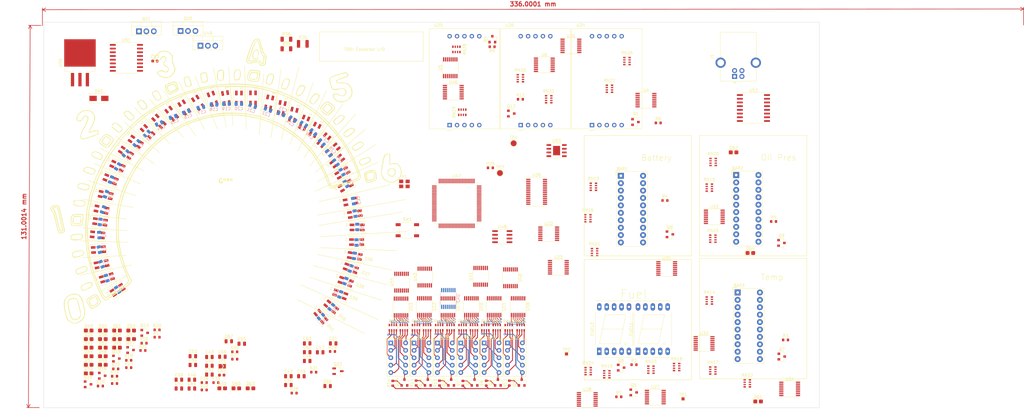
<source format=kicad_pcb>
(kicad_pcb (version 20210722) (generator pcbnew)
  (layers (0 "F.Cu" signal) (31 "B.Cu" signal) (34 "B.Paste" user) (35 "F.Paste" user) (36 "B.SilkS" user "B.Silkscreen") (37 "F.SilkS" user "F.Silkscreen") (38 "B.Mask" user) (39 "F.Mask" user) (44 "Edge.Cuts" user))
  (net 0 "")
  (net 1 "Net-(D2-Pad2)")
  (net 2 "Net-(D10-Pad2)")
  (net 3 "Net-(D12-Pad2)")
  (net 4 "Net-(D17-Pad2)")
  (net 5 "Net-(D22-Pad2)")
  (net 6 "Net-(D27-Pad2)")
  (net 7 "Net-(D32-Pad2)")
  (net 8 "Net-(D37-Pad2)")
  (net 9 "Net-(D6-Pad2)")
  (net 10 "Net-(D11-Pad2)")
  (net 11 "Net-(D16-Pad2)")
  (net 12 "Net-(D26-Pad2)")
  (net 13 "Net-(D21-Pad2)")
  (net 14 "Net-(BAR1-Pad11)")
  (net 15 "Net-(BAR1-Pad9)")
  (net 16 "Net-(BAR1-Pad10)")
  (net 17 "Net-(BAR1-Pad8)")
  (net 18 "Net-(BAR1-Pad7)")
  (net 19 "/TCH_DIN")
  (net 20 "Net-(D31-Pad2)")
  (net 21 "Net-(D36-Pad2)")
  (net 22 "Net-(D1-Pad2)")
  (net 23 "GND")
  (net 24 "Net-(D3-Pad2)")
  (net 25 "Net-(D4-Pad2)")
  (net 26 "Net-(D5-Pad2)")
  (net 27 "Net-(D7-Pad2)")
  (net 28 "Net-(D8-Pad2)")
  (net 29 "Net-(D10-Pad4)")
  (net 30 "Net-(D13-Pad2)")
  (net 31 "Net-(D14-Pad2)")
  (net 32 "Net-(D15-Pad2)")
  (net 33 "Net-(D18-Pad2)")
  (net 34 "Net-(D19-Pad2)")
  (net 35 "Net-(D20-Pad2)")
  (net 36 "Net-(D23-Pad2)")
  (net 37 "Net-(D24-Pad2)")
  (net 38 "Net-(D25-Pad2)")
  (net 39 "Net-(D28-Pad2)")
  (net 40 "Net-(D29-Pad2)")
  (net 41 "Net-(D30-Pad2)")
  (net 42 "Net-(D33-Pad2)")
  (net 43 "Net-(D34-Pad2)")
  (net 44 "Net-(D35-Pad2)")
  (net 45 "Net-(D38-Pad2)")
  (net 46 "Net-(D39-Pad2)")
  (net 47 "Net-(D40-Pad2)")
  (net 49 "+12V")
  (net 50 "Net-(BAR1-Pad6)")
  (net 51 "Net-(BAR1-Pad5)")
  (net 52 "Net-(BAR1-Pad4)")
  (net 53 "Net-(BAR1-Pad3)")
  (net 54 "Net-(BAR1-Pad2)")
  (net 55 "Net-(BAR1-Pad1)")
  (net 56 "Net-(BAR2-Pad11)")
  (net 57 "Net-(BAR2-Pad9)")
  (net 58 "Net-(BAR2-Pad10)")
  (net 59 "Net-(BAR2-Pad8)")
  (net 60 "Net-(BAR2-Pad7)")
  (net 61 "Net-(BAR2-Pad6)")
  (net 62 "Net-(BAR2-Pad5)")
  (net 63 "Net-(BAR2-Pad4)")
  (net 64 "Net-(BAR2-Pad3)")
  (net 65 "Net-(BAR2-Pad2)")
  (net 66 "Net-(BAR2-Pad1)")
  (net 67 "Net-(BAR3-Pad11)")
  (net 68 "Net-(BAR3-Pad9)")
  (net 69 "Net-(BAR3-Pad10)")
  (net 70 "Net-(BAR3-Pad8)")
  (net 71 "Net-(BAR3-Pad7)")
  (net 72 "Net-(BAR3-Pad6)")
  (net 73 "Net-(BAR3-Pad5)")
  (net 74 "Net-(BAR3-Pad4)")
  (net 75 "Net-(BAR3-Pad3)")
  (net 76 "Net-(BAR3-Pad2)")
  (net 77 "Net-(BAR3-Pad1)")
  (net 78 "+5VA")
  (net 79 "Net-(C27-Pad2)")
  (net 80 "+3V3")
  (net 81 "/NRST")
  (net 82 "Net-(C52-Pad1)")
  (net 83 "Net-(C53-Pad1)")
  (net 84 "OSC_IN")
  (net 85 "OSC_OUT")
  (net 86 "Net-(C61-Pad1)")
  (net 87 "Net-(C62-Pad1)")
  (net 88 "GND1")
  (net 89 "Net-(C63-Pad1)")
  (net 90 "Net-(C64-Pad1)")
  (net 91 "Net-(C66-Pad1)")
  (net 92 "Net-(D42-Pad1)")
  (net 93 "Net-(D43-Pad1)")
  (net 94 "Net-(D44-Pad1)")
  (net 95 "Net-(D45-Pad1)")
  (net 96 "Net-(D46-Pad1)")
  (net 97 "Net-(D47-Pad1)")
  (net 98 "/TachometerV2/BA_1")
  (net 99 "/TachometerV2/BA_2")
  (net 100 "Net-(D50-Pad2)")
  (net 101 "Net-(D50-Pad1)")
  (net 102 "Net-(D51-Pad1)")
  (net 103 "Net-(D52-Pad2)")
  (net 104 "Net-(D52-Pad1)")
  (net 106 "Net-(D53-Pad1)")
  (net 107 "/TCH_REV")
  (net 108 "/TCH_LAUNCH")
  (net 109 "/TCH_SHIFT")
  (net 110 "Net-(D59-Pad2)")
  (net 111 "Net-(D60-Pad2)")
  (net 112 "Net-(D61-Pad2)")
  (net 113 "Net-(D62-Pad2)")
  (net 114 "Net-(D63-Pad2)")
  (net 115 "Net-(D64-Pad2)")
  (net 116 "Net-(D65-Pad1)")
  (net 117 "+12VA")
  (net 118 "Net-(D66-Pad1)")
  (net 119 "Net-(D67-Pad1)")
  (net 120 "Net-(FUEL1-Pad1)")
  (net 121 "Net-(FUEL1-Pad2)")
  (net 122 "Net-(FUEL1-Pad3)")
  (net 123 "Net-(FUEL1-Pad4)")
  (net 124 "Net-(FUEL1-Pad5)")
  (net 125 "Net-(FUEL1-Pad6)")
  (net 126 "Net-(FUEL1-Pad7)")
  (net 127 "Net-(FUEL1-Pad9)")
  (net 128 "Net-(FUEL1-Pad10)")
  (net 129 "Net-(FUEL2-Pad1)")
  (net 130 "Net-(FUEL2-Pad2)")
  (net 131 "Net-(FUEL2-Pad3)")
  (net 132 "Net-(FUEL2-Pad4)")
  (net 133 "Net-(FUEL2-Pad5)")
  (net 134 "Net-(FUEL2-Pad6)")
  (net 135 "Net-(FUEL2-Pad7)")
  (net 136 "Net-(FUEL2-Pad9)")
  (net 137 "Net-(FUEL2-Pad10)")
  (net 138 "/d+")
  (net 139 "/d-")
  (net 140 "Net-(Q1-Pad3)")
  (net 141 "Net-(Q1-Pad1)")
  (net 142 "Net-(Q2-Pad3)")
  (net 143 "Net-(Q2-Pad1)")
  (net 144 "Net-(Q3-Pad3)")
  (net 145 "Net-(Q3-Pad1)")
  (net 146 "Net-(Q4-Pad3)")
  (net 147 "Net-(Q4-Pad1)")
  (net 148 "Net-(Q5-Pad1)")
  (net 149 "Net-(Q6-Pad1)")
  (net 150 "Net-(Q7-Pad1)")
  (net 151 "Net-(Q8-Pad1)")
  (net 152 "Net-(Q9-Pad1)")
  (net 153 "Net-(Q10-Pad3)")
  (net 154 "Net-(Q10-Pad1)")
  (net 155 "Net-(Q11-Pad3)")
  (net 156 "Net-(Q11-Pad1)")
  (net 157 "Net-(Q12-Pad3)")
  (net 158 "Net-(Q12-Pad1)")
  (net 159 "Net-(Q13-Pad3)")
  (net 160 "Net-(Q13-Pad1)")
  (net 161 "Net-(Q14-Pad3)")
  (net 162 "Net-(Q14-Pad1)")
  (net 163 "Net-(Q15-Pad3)")
  (net 164 "Net-(Q15-Pad1)")
  (net 165 "Net-(Q16-Pad3)")
  (net 166 "Net-(Q16-Pad1)")
  (net 167 "Net-(Q17-Pad3)")
  (net 168 "Net-(Q17-Pad1)")
  (net 169 "Net-(Q18-Pad3)")
  (net 170 "Net-(Q18-Pad1)")
  (net 171 "Net-(Q19-Pad3)")
  (net 172 "Net-(Q19-Pad1)")
  (net 173 "Net-(Q20-Pad1)")
  (net 174 "Net-(Q21-Pad2)")
  (net 175 "Net-(Q21-Pad1)")
  (net 176 "Net-(Q22-Pad3)")
  (net 177 "/PWM_FUEL1")
  (net 178 "/PWM_BAR2")
  (net 179 "/PWM_BAR1")
  (net 180 "/PWM_BAR3")
  (net 181 "/PWM_VEL")
  (net 182 "/PWM_OD")
  (net 183 "/PWM_BACK_1")
  (net 184 "/PWM_BACK_2")
  (net 185 "Net-(R25-Pad1)")
  (net 186 "Net-(R27-Pad2)")
  (net 187 "/D+")
  (net 188 "/D-")
  (net 189 "CAN+")
  (net 190 "CAN-")
  (net 191 "Net-(RN1-Pad5)")
  (net 192 "Net-(RN1-Pad6)")
  (net 193 "Net-(RN1-Pad8)")
  (net 194 "Net-(RN1-Pad7)")
  (net 195 "Net-(RN1-Pad4)")
  (net 196 "Net-(RN1-Pad2)")
  (net 197 "Net-(RN1-Pad3)")
  (net 198 "Net-(RN1-Pad1)")
  (net 199 "Net-(RN2-Pad5)")
  (net 200 "Net-(RN2-Pad6)")
  (net 202 "Net-(RN2-Pad7)")
  (net 203 "Net-(RN2-Pad4)")
  (net 204 "Net-(RN2-Pad2)")
  (net 205 "Net-(RN2-Pad3)")
  (net 206 "Net-(RN2-Pad1)")
  (net 207 "Net-(RN3-Pad5)")
  (net 208 "Net-(RN3-Pad6)")
  (net 209 "Net-(RN3-Pad8)")
  (net 210 "Net-(RN3-Pad7)")
  (net 211 "Net-(RN3-Pad4)")
  (net 212 "Net-(RN3-Pad2)")
  (net 213 "Net-(RN3-Pad3)")
  (net 214 "Net-(RN3-Pad1)")
  (net 215 "Net-(RN4-Pad5)")
  (net 216 "Net-(RN4-Pad6)")
  (net 218 "Net-(RN4-Pad7)")
  (net 219 "Net-(RN4-Pad4)")
  (net 220 "Net-(RN4-Pad2)")
  (net 221 "Net-(RN4-Pad3)")
  (net 222 "Net-(RN4-Pad1)")
  (net 223 "Net-(RN5-Pad5)")
  (net 224 "Net-(RN5-Pad6)")
  (net 225 "Net-(RN5-Pad8)")
  (net 226 "Net-(RN5-Pad7)")
  (net 227 "Net-(RN5-Pad4)")
  (net 228 "Net-(RN5-Pad2)")
  (net 229 "Net-(RN5-Pad3)")
  (net 230 "Net-(RN5-Pad1)")
  (net 231 "Net-(RN6-Pad5)")
  (net 232 "Net-(RN6-Pad6)")
  (net 234 "Net-(RN6-Pad7)")
  (net 235 "Net-(RN6-Pad4)")
  (net 236 "Net-(RN6-Pad2)")
  (net 237 "Net-(RN6-Pad3)")
  (net 238 "Net-(RN6-Pad1)")
  (net 239 "Net-(RN7-Pad5)")
  (net 240 "Net-(RN7-Pad6)")
  (net 241 "Net-(RN7-Pad8)")
  (net 242 "Net-(RN7-Pad7)")
  (net 243 "Net-(RN7-Pad4)")
  (net 244 "Net-(RN7-Pad2)")
  (net 245 "Net-(RN7-Pad3)")
  (net 246 "Net-(RN7-Pad1)")
  (net 247 "Net-(RN8-Pad5)")
  (net 248 "Net-(RN8-Pad6)")
  (net 250 "Net-(RN8-Pad7)")
  (net 251 "Net-(RN8-Pad4)")
  (net 252 "Net-(RN8-Pad2)")
  (net 253 "Net-(RN8-Pad3)")
  (net 254 "Net-(RN8-Pad1)")
  (net 255 "Net-(RN9-Pad5)")
  (net 256 "Net-(RN9-Pad6)")
  (net 257 "Net-(RN9-Pad8)")
  (net 258 "Net-(RN9-Pad7)")
  (net 259 "Net-(RN9-Pad4)")
  (net 260 "Net-(RN9-Pad2)")
  (net 261 "Net-(RN9-Pad3)")
  (net 262 "Net-(RN9-Pad1)")
  (net 263 "Net-(RN10-Pad5)")
  (net 264 "Net-(RN10-Pad6)")
  (net 265 "Net-(RN10-Pad7)")
  (net 266 "Net-(RN10-Pad4)")
  (net 267 "Net-(RN10-Pad2)")
  (net 268 "Net-(RN10-Pad3)")
  (net 269 "Net-(RN10-Pad1)")
  (net 270 "Net-(RN11-Pad5)")
  (net 271 "Net-(RN11-Pad6)")
  (net 272 "Net-(RN11-Pad8)")
  (net 273 "Net-(RN11-Pad7)")
  (net 274 "Net-(RN11-Pad4)")
  (net 275 "Net-(RN11-Pad2)")
  (net 276 "Net-(RN11-Pad3)")
  (net 277 "Net-(RN11-Pad1)")
  (net 278 "Net-(RN12-Pad5)")
  (net 279 "Net-(RN12-Pad6)")
  (net 281 "Net-(RN12-Pad7)")
  (net 282 "Net-(RN12-Pad4)")
  (net 283 "Net-(RN12-Pad2)")
  (net 284 "Net-(RN12-Pad3)")
  (net 285 "Net-(RN12-Pad1)")
  (net 286 "/Battery/Fuel/Temperature indicators/BAR1-1")
  (net 287 "/Battery/Fuel/Temperature indicators/BAR1-2")
  (net 288 "/Battery/Fuel/Temperature indicators/BAR1-4")
  (net 289 "/Battery/Fuel/Temperature indicators/BAR1-3")
  (net 290 "/Battery/Fuel/Temperature indicators/BAR3-1")
  (net 293 "/Battery/Fuel/Temperature indicators/BAR3-3")
  (net 294 "/Battery/Fuel/Temperature indicators/BAR2-1")
  (net 295 "/Battery/Fuel/Temperature indicators/BAR2-2")
  (net 296 "/Battery/Fuel/Temperature indicators/BAR2-4")
  (net 297 "/Battery/Fuel/Temperature indicators/BAR2-3")
  (net 298 "/Battery/Fuel/Temperature indicators/BAR1-5")
  (net 299 "/Battery/Fuel/Temperature indicators/BAR1-6")
  (net 300 "/Battery/Fuel/Temperature indicators/BAR1-8")
  (net 301 "/Battery/Fuel/Temperature indicators/BAR1-7")
  (net 302 "/Battery/Fuel/Temperature indicators/BAR3-5")
  (net 303 "/Battery/Fuel/Temperature indicators/BAR3-6")
  (net 304 "/Battery/Fuel/Temperature indicators/BAR3-8")
  (net 305 "/Battery/Fuel/Temperature indicators/BAR3-7")
  (net 306 "Net-(RN18-Pad5)")
  (net 307 "Net-(RN18-Pad6)")
  (net 308 "Net-(RN18-Pad8)")
  (net 309 "Net-(RN18-Pad7)")
  (net 310 "Net-(RN19-Pad5)")
  (net 311 "Net-(RN19-Pad6)")
  (net 312 "Net-(RN19-Pad8)")
  (net 313 "Net-(RN19-Pad7)")
  (net 314 "/Battery/Fuel/Temperature indicators/BAR2-5")
  (net 315 "/Battery/Fuel/Temperature indicators/BAR2-6")
  (net 316 "/Battery/Fuel/Temperature indicators/BAR2-8")
  (net 317 "/Battery/Fuel/Temperature indicators/BAR2-7")
  (net 318 "/Battery/Fuel/Temperature indicators/BAR1-9")
  (net 319 "/Battery/Fuel/Temperature indicators/BAR1-10")
  (net 320 "/Battery/Fuel/Temperature indicators/BAR1-12")
  (net 321 "/Battery/Fuel/Temperature indicators/BAR1-11")
  (net 322 "/Battery/Fuel/Temperature indicators/BAR3-9")
  (net 323 "/Battery/Fuel/Temperature indicators/BAR3-10")
  (net 324 "/Battery/Fuel/Temperature indicators/BAR3-12")
  (net 325 "/Battery/Fuel/Temperature indicators/BAR3-11")
  (net 326 "Net-(RN23-Pad5)")
  (net 327 "Net-(RN23-Pad6)")
  (net 328 "Net-(RN23-Pad8)")
  (net 329 "Net-(RN23-Pad7)")
  (net 330 "Net-(RN24-Pad5)")
  (net 331 "Net-(RN24-Pad6)")
  (net 332 "Net-(RN24-Pad8)")
  (net 333 "Net-(RN24-Pad7)")
  (net 334 "/Battery/Fuel/Temperature indicators/BAR2-9")
  (net 335 "/Battery/Fuel/Temperature indicators/BAR2-10")
  (net 336 "/Battery/Fuel/Temperature indicators/BAR2-12")
  (net 337 "/Battery/Fuel/Temperature indicators/BAR2-11")
  (net 338 "Net-(RN26-Pad5)")
  (net 339 "Net-(RN26-Pad6)")
  (net 340 "Net-(RN26-Pad8)")
  (net 341 "Net-(RN26-Pad7)")
  (net 342 "Net-(RN26-Pad4)")
  (net 343 "Net-(RN26-Pad2)")
  (net 344 "Net-(RN26-Pad3)")
  (net 345 "Net-(RN26-Pad1)")
  (net 346 "Net-(RN27-Pad5)")
  (net 347 "Net-(RN27-Pad6)")
  (net 349 "Net-(RN27-Pad7)")
  (net 350 "Net-(RN27-Pad4)")
  (net 351 "Net-(RN27-Pad2)")
  (net 352 "Net-(RN27-Pad3)")
  (net 353 "Net-(RN27-Pad1)")
  (net 354 "Net-(RN28-Pad5)")
  (net 355 "Net-(RN28-Pad6)")
  (net 356 "Net-(RN28-Pad8)")
  (net 357 "Net-(RN28-Pad7)")
  (net 358 "Net-(RN28-Pad4)")
  (net 359 "Net-(RN28-Pad2)")
  (net 360 "Net-(RN28-Pad3)")
  (net 361 "Net-(RN28-Pad1)")
  (net 362 "Net-(RN29-Pad5)")
  (net 363 "Net-(RN29-Pad6)")
  (net 365 "Net-(RN29-Pad7)")
  (net 366 "Net-(RN29-Pad4)")
  (net 367 "Net-(RN29-Pad2)")
  (net 368 "Net-(RN29-Pad3)")
  (net 369 "Net-(RN29-Pad1)")
  (net 370 "Net-(RN30-Pad5)")
  (net 371 "Net-(RN30-Pad6)")
  (net 372 "Net-(RN30-Pad8)")
  (net 373 "Net-(RN30-Pad7)")
  (net 374 "Net-(RN30-Pad4)")
  (net 375 "Net-(RN30-Pad2)")
  (net 376 "Net-(RN30-Pad3)")
  (net 377 "Net-(RN30-Pad1)")
  (net 378 "Net-(RN31-Pad5)")
  (net 379 "Net-(RN31-Pad6)")
  (net 381 "Net-(RN31-Pad7)")
  (net 382 "Net-(RN31-Pad4)")
  (net 383 "Net-(RN31-Pad2)")
  (net 384 "Net-(RN31-Pad3)")
  (net 385 "Net-(RN31-Pad1)")
  (net 386 "Net-(TP4-Pad1)")
  (net 387 "/Speedometer/S_7S_A_DA")
  (net 388 "/Speedometer/S_7S_A_DD")
  (net 389 "/Speedometer/S_7S_A_BI")
  (net 390 "/Speedometer/S_7S_A_LT")
  (net 391 "/Speedometer/S_7S_A_DC")
  (net 392 "/Speedometer/S_7S_A_DB")
  (net 393 "/Speedometer/S_7S_B_DA")
  (net 394 "/Speedometer/S_7S_B_DD")
  (net 395 "/Speedometer/S_7S_B_BI")
  (net 396 "/Speedometer/S_7S_B_LT")
  (net 397 "/Speedometer/S_7S_B_DC")
  (net 398 "/Speedometer/S_7S_B_DB")
  (net 399 "/Speedometer/S_7S_D_1_A")
  (net 400 "/Speedometer/S_7S_D_1_D")
  (net 401 "/Speedometer/S_7S_D_1_BI")
  (net 402 "/Speedometer/S_7S_D_1_LT")
  (net 403 "/Speedometer/S_7S_D_1_C")
  (net 404 "/Speedometer/S_7S_D_1_B")
  (net 405 "/Speedometer/S_7S_D_2_A")
  (net 406 "/Speedometer/S_7S_D_2_D")
  (net 407 "/Speedometer/S_7S_D_2_BI")
  (net 408 "/Speedometer/S_7S_D_2_LT")
  (net 409 "/Speedometer/S_7S_D_2_C")
  (net 410 "/Speedometer/S_7S_D_2_B")
  (net 411 "/Speedometer/S_7S_D_3_A")
  (net 412 "/Speedometer/S_7S_D_3_D")
  (net 413 "/Speedometer/S_7S_D_3_BI")
  (net 414 "/Speedometer/S_7S_D_3_LT")
  (net 415 "/Speedometer/S_7S_D_3_C")
  (net 416 "/Speedometer/S_7S_D_3_B")
  (net 417 "/Speedometer/S_7S_D_4_A")
  (net 418 "/Speedometer/S_7S_D_4_D")
  (net 419 "/Speedometer/S_7S_D_4_BI")
  (net 420 "/Speedometer/S_7S_D_4_LT")
  (net 421 "/Speedometer/S_7S_D_4_C")
  (net 422 "/Speedometer/S_7S_D_4_B")
  (net 423 "/Speedometer/S_7S_D_5_A")
  (net 424 "/Speedometer/S_7S_D_5_D")
  (net 425 "/Speedometer/S_7S_D_5_BI")
  (net 426 "/Speedometer/S_7S_D_5_LT")
  (net 427 "/Speedometer/S_7S_D_5_C")
  (net 428 "/Speedometer/S_7S_D_5_B")
  (net 429 "/Speedometer/S_7S_D_6_A")
  (net 430 "/Speedometer/S_7S_D_6_D")
  (net 431 "/Speedometer/S_7S_D_6_BI")
  (net 432 "/Speedometer/S_7S_D_6_LT")
  (net 433 "/Speedometer/S_7S_D_6_C")
  (net 434 "/Speedometer/S_7S_D_6_B")
  (net 435 "/BFT_SER_L")
  (net 436 "/BFT_SRCLK_L")
  (net 437 "/BFT_OE_L")
  (net 438 "/BFT_SRCLR_L")
  (net 439 "/BFT_RCLK_L")
  (net 440 "Net-(U22-Pad9)")
  (net 441 "Net-(U23-Pad9)")
  (net 442 "/Battery/Fuel/Temperature indicators/FUEL1_A")
  (net 443 "/Battery/Fuel/Temperature indicators/FUEL1_C")
  (net 444 "/Battery/Fuel/Temperature indicators/FUEL1_BI")
  (net 445 "/Battery/Fuel/Temperature indicators/FUEL1_LT")
  (net 446 "/Battery/Fuel/Temperature indicators/FUEL1_B")
  (net 447 "/Battery/Fuel/Temperature indicators/FUEL2_A")
  (net 448 "/Battery/Fuel/Temperature indicators/FUEL2_C")
  (net 449 "/Battery/Fuel/Temperature indicators/FUEL2_BI")
  (net 450 "/Battery/Fuel/Temperature indicators/FUEL2_LT")
  (net 451 "/Battery/Fuel/Temperature indicators/FUEL2_B")
  (net 452 "Net-(U32-Pad9)")
  (net 453 "Net-(U33-Pad9)")
  (net 454 "/Battery/Fuel/Temperature indicators/BAR3-4")
  (net 455 "/Battery/Fuel/Temperature indicators/BAR3-2")
  (net 456 "Net-(U34-Pad9)")
  (net 458 "/I2C1_SCL")
  (net 459 "/I2C1_SDA")
  (net 468 "/PWM_FUEL2")
  (net 469 "/SPEED_SER_L")
  (net 470 "/SPEED_SRCLK_L")
  (net 471 "/SPEED_OE_L")
  (net 472 "/SPEED_SRCLR_L")
  (net 473 "/SPEED_RCLK_L")
  (net 483 "/SYS_SWO")
  (net 490 "/CAN1_TX")
  (net 491 "/CAN1_RX")
  (net 495 "/SYS_SWCLK")
  (net 496 "/SYS_SWDIO")
  (net 497 "/USB_D+")
  (net 498 "/USB_D-")
  (net 500 "/VBUS")
  (net 503 "/SPEED_SRCLK")
  (net 504 "/SPEED_SRCLR")
  (net 505 "/SPEED_RCLK")
  (net 506 "/SPEED_SER")
  (net 507 "/SPEED_OE")
  (net 511 "/SPI2_MOSI")
  (net 512 "/SPI2_MISO")
  (net 516 "/SPI2_SCK")
  (net 521 "/BFT_SRCLK")
  (net 522 "/BFT_SRCLR")
  (net 523 "/BFT_RCLK")
  (net 524 "/BFT_SER")
  (net 525 "/BFT_OE")
  (net 552 "/MEMORY_CS")
  (footprint "Package_SO:TSSOP-16_4.4x5mm_P0.65mm" (layer "F.Cu") (at 161.6 121.3375 -90)
    (fp_text reference "U17")
    (fp_text value "4511")
  )
  (footprint "Display_7Segment:HDSP-7801" (layer "F.Cu") (at 166 133.7325)
    (fp_text reference "U19")
    (fp_text value "HDSP-7801" hide)
  )
  (footprint "Resistor_SMD:R_Array_Convex_4x0603" (layer "F.Cu") (at 209.6 143.4)
    (fp_text reference "RN24")
    (fp_text value "560Ω ±5% 63mW" hide)
  )
  (footprint "DashDash:SA15-11xxx" (layer "F.Cu") (at 186.5 59.0575 90)
    (fp_text reference "U26")
    (fp_text value "HDSP-7801")
  )
  (footprint "Resistor_SMD:R_1206_3216Metric" (layer "F.Cu") (at 106.29 32.9)
    (fp_text reference "R35")
    (fp_text value "22R")
  )
  (footprint "Resistor_SMD:R_0603_1608Metric" (layer "F.Cu") (at 47.45 147.65)
    (fp_text reference "R18")
    (fp_text value "1k 1/10W +-1%")
  )
  (footprint "Resistor_SMD:R_0603_1608Metric" (layer "F.Cu") (at 82.16 147.335)
    (fp_text reference "R33")
    (fp_text value "R_Small")
  )
  (footprint "Capacitor_SMD:C_0805_2012Metric" (layer "F.Cu") (at 84.37 138.455)
    (fp_text reference "C66")
    (fp_text value "4.7nF")
  )
  (footprint "LED_SMD:LED_SK6812MINI_PLCC4_3.5x3.5mm_P1.75mm" (layer "F.Cu") (at 81.026 50.038 -70)
    (fp_text reference "D18" hide)
    (fp_text value "WS2812B")
  )
  (footprint "Resistor_SMD:R_Array_Convex_4x0603" (layer "F.Cu") (at 222.9 37.1)
    (fp_text reference "RN26")
    (fp_text value "560Ω ±5% 63mW" hide)
  )
  (footprint "LED_SMD:LED_0805_2012Metric_Castellated" (layer "F.Cu") (at 43.44 129.475)
    (fp_text reference "D55")
    (fp_text value "LED")
  )
  (footprint "Package_TO_SOT_SMD:SOT-23" (layer "F.Cu") (at 178.7 147.3 90)
    (fp_text reference "Q3")
    (fp_text value "BSS138" hide)
  )
  (footprint "Package_TO_SOT_SMD:SOT-23" (layer "F.Cu") (at 52.92 136.16)
    (fp_text reference "Q17")
    (fp_text value "BSS138")
  )
  (footprint "Resistor_SMD:R_Array_Convex_4x0603" (layer "F.Cu") (at 216.9 46.6)
    (fp_text reference "RN27")
    (fp_text value "560Ω ±5% 63mW" hide)
  )
  (footprint "Resistor_SMD:R_Array_Convex_4x0603" (layer "F.Cu") (at 264.1 147.6)
    (fp_text reference "RN22")
    (fp_text value "560Ω ±5% 63mW" hide)
  )
  (footprint "Resistor_SMD:R_0603_1608Metric" (layer "F.Cu") (at 78.15 149.845)
    (fp_text reference "R32")
    (fp_text value "R_Small")
  )
  (footprint "Package_SO:TSSOP-16_4.4x5mm_P0.65mm" (layer "F.Cu") (at 162.375 39.4 90)
    (fp_text reference "U5")
    (fp_text value "4511")
  )
  (footprint "Resistor_SMD:R_Array_Convex_4x0603" (layer "F.Cu") (at 209.5 91)
    (fp_text reference "RN16")
    (fp_text value "560Ω ±5% 63mW" hide)
  )
  (footprint "LED_SMD:LED_SK6812MINI_PLCC4_3.5x3.5mm_P1.75mm" (layer "F.Cu") (at 122.174 67.564 40)
    (fp_text reference "D28" hide)
    (fp_text value "WS2812B")
  )
  (footprint "LED_SMD:LED_0805_2012Metric_Castellated" (layer "F.Cu") (at 38.59 129.475)
    (fp_text reference "D49")
    (fp_text value "LED")
  )
  (footprint "TestPoint:TestPoint_Pad_D2.0mm" (layer "F.Cu") (at 179.4 75.5)
    (fp_text reference "TP3")
    (fp_text value "BOOT0")
  )
  (footprint "LED_SMD:LED_SK6812MINI_PLCC4_3.5x3.5mm_P1.75mm" (layer "F.Cu") (at 90.029 49.812 -90)
    (fp_text reference "D20" hide)
    (fp_text value "WS2812B")
  )
  (footprint "LED_SMD:LED_SK6812MINI_PLCC4_3.5x3.5mm_P1.75mm" (layer "F.Cu") (at 126.58027 112.745695 -20)
    (fp_text reference "D38")
    (fp_text value "WS2812B")
  )
  (footprint "Package_SO:SOIC-8_3.9x4.9mm_P1.27mm" (layer "F.Cu") (at 180.2 97.3)
    (fp_text reference "U48")
    (fp_text value "25LCxxx")
  )
  (footprint "Diode_SMD:D_0805_2012Metric" (layer "F.Cu") (at 86.57 133.165)
    (fp_text reference "D67")
    (fp_text value "1N4148")
  )
  (footprint "Package_TO_SOT_SMD:SOT-23" (layer "F.Cu") (at 162.7 147.3 90)
    (fp_text reference "Q10")
    (fp_text value "BSS138" hide)
  )
  (footprint "Resistor_SMD:R_0603_1608Metric" (layer "F.Cu") (at 166.7 147.575 90)
    (fp_text reference "R7")
    (fp_text value "1k 1/10W +-1%" hide)
  )
  (footprint "LED_SMD:LED_0805_2012Metric_Castellated" (layer "F.Cu") (at 38.59 138.295)
    (fp_text reference "D44")
    (fp_text value "LED")
  )
  (footprint "Capacitor_SMD:C_0805_2012Metric" (layer "F.Cu") (at 79.92 144.575)
    (fp_text reference "C52")
    (fp_text value "2.2uF")
  )
  (footprint "LED_SMD:LED_SK6812MINI_PLCC4_3.5x3.5mm_P1.75mm" (layer "F.Cu") (at 108.629645 55.5037 -104)
    (fp_text reference "D24" hide)
    (fp_text value "WS2812B")
  )
  (footprint "LED_SMD:LED_SK6812MINI_PLCC4_3.5x3.5mm_P1.75mm" (layer "F.Cu") (at 128.35827 108.173695 -20)
    (fp_text reference "D37")
    (fp_text value "WS2812B")
  )
  (footprint "LED_SMD:LED_SK6812MINI_PLCC4_3.5x3.5mm_P1.75mm" (layer "F.Cu") (at 116.078 60.706 -116)
    (fp_text reference "D26" hide)
    (fp_text value "WS2812B")
  )
  (footprint "TestPoint:TestPoint_Pad_1.0x1.0mm" (layer "F.Cu") (at 242.1 152.9)
    (fp_text reference "TP1")
    (fp_text value "TestPoint_Small" hide)
  )
  (footprint "Package_SO:TSSOP-16_4.4x5mm_P0.65mm" (layer "F.Cu") (at 145.525 121.4 -90)
    (fp_text reference "U13")
    (fp_text value "4511")
  )
  (footprint "LED_SMD:LED_SK6812MINI_PLCC4_3.5x3.5mm_P1.75mm" (layer "F.Cu") (at 112.366276 58.247647 -112)
    (fp_text reference "D25" hide)
    (fp_text value "WS2812B")
  )
  (footprint "LED_SMD:LED_0805_2012Metric_Castellated" (layer "F.Cu") (at 89.15 149.3)
    (fp_text reference "D60")
    (fp_text value "LED")
  )
  (footprint "Package_SO:TSSOP-16_4.4x5mm_P0.65mm" (layer "F.Cu") (at 183 111.4 -90)
    (fp_text reference "U40")
    (fp_text value "74HC595")
  )
  (footprint "Package_TO_SOT_SMD:SOT-23" (layer "F.Cu") (at 225.8 58)
    (fp_text reference "Q1")
    (fp_text value "BSS138")
  )
  (footprint "Package_TO_SOT_THT:TO-220-3_Vertical" (layer "F.Cu") (at 70.06 26.8)
    (fp_text reference "Q20")
    (fp_text value "IRF540N")
  )
  (footprint "LED_SMD:LED_SK6812MINI_PLCC4_3.5x3.5mm_P1.75mm" (layer "F.Cu") (at 121.649861 121.394833 -40)
    (fp_text reference "D40")
    (fp_text value "WS2812B")
  )
  (footprint "TestPoint:TestPoint_Pad_1.0x1.0mm" (layer "F.Cu") (at 202.2 137.5)
    (fp_text reference "TP2")
    (fp_text value "TestPoint_Small" hide)
  )
  (footprint "LED_SMD:LED_0805_2012Metric_Castellated" (layer "F.Cu") (at 53.14 132.415)
    (fp_text reference "D47")
    (fp_text value "LED")
  )
  (footprint "LED_SMD:LED_0805_2012Metric_Castellated" (layer "F.Cu") (at 38.59 141.235)
    (fp_text reference "D57")
    (fp_text value "LED")
  )
  (footprint "Resistor_SMD:R_Array_Convex_4x0603" (layer "F.Cu") (at 178.3 128.5 90)
    (fp_text reference "RN1")
    (fp_text value "560Ω ±5% 63mW" hide)
  )
  (footprint "Display_7Segment:7SegmentLED_LTS6760_LTS6780" (layer "F.Cu") (at 213.42 136.62 90)
    (fp_text reference "FUEL2")
    (fp_text value "LTS-6980HR")
  )
  (footprint "Display_7Segment:7SegmentLED_LTS6760_LTS6780" (layer "F.Cu") (at 226.67 136.62 90)
    (fp_text reference "FUEL1")
    (fp_text value "LTS-6980HR")
  )
  (footprint "LED_SMD:LED_SK6812MINI_PLCC4_3.5x3.5mm_P1.75mm" (layer "F.Cu") (at 58.75 61.31 -44)
    (fp_text reference "D13" hide)
    (fp_text value "WS2812B")
  )
  (footprint "LED_SMD:LED_SK6812MINI_PLCC4_3.5x3.5mm_P1.75mm" (layer "F.Cu") (at 128.25 85.25 10)
    (fp_text reference "D32" hide)
    (fp_text value "WS2812B")
  )
  (footprint "LED_SMD:LED_0805_2012Metric_Castellated" (layer "F.Cu") (at 43.44 135.355)
    (fp_text reference "D52")
    (fp_text value "LED")
  )
  (footprint "Resistor_SMD:R_Array_Convex_4x0603" (layer "F.Cu") (at 252.3 143.2)
    (fp_text reference "RN17")
    (fp_text value "560Ω ±5% 63mW" hide)
  )
  (footprint "Package_TO_SOT_SMD:SOT-23" (layer "F.Cu") (at 43.22 144.98)
    (fp_text reference "Q16")
    (fp_text value "BSS138")
  )
  (footprint "Display:HDSP-4830" (layer "F.Cu") (at 260.2975 76.1775)
    (fp_text reference "BAR2")
    (fp_text value "HDSP-4830_2")
  )
  (footprint "LED_SMD:LED_SK6812MINI_PLCC4_3.5x3.5mm_P1.75mm" (layer "F.Cu") (at 123.698 71.374 40)
    (fp_text reference "D29" hide)
    (fp_text value "WS2812B")
  )
  (footprint "Resistor_SMD:R_Array_Convex_4x0603" (layer "F.Cu") (at 186.4 43)
    (fp_text reference "RN30")
    (fp_text value "560Ω ±5% 63mW" hide)
  )
  (footprint "Package_SO:TSSOP-16_4.4x5mm_P0.65mm" (layer "F.Cu") (at 194.6 38.4)
    (fp_text reference "U6")
    (fp_text value "4511")
  )
  (footprint "Package_SO:TSSOP-16_4.4x5mm_P0.65mm" (layer "F.Cu") (at 199.4 107.8)
    (fp_text reference "U23")
    (fp_text value "74HC595")
  )
  (footprint "LED_SMD:LED_SK6812MINI_PLCC4_3.5x3.5mm_P1.75mm" (layer "F.Cu") (at 130.508529 94.129591)
    (fp_text reference "D34" hide)
    (fp_text value "WS2812B")
  )
  (footprint "LED_SMD:LED_SK6812MINI_PLCC4_3.5x3.5mm_P1.75mm" (layer "F.Cu") (at 126.578044 79.867228 30)
    (fp_text reference "D31" hide)
    (fp_text value "WS2812B")
  )
  (footprint "Display:HDSP-4830" (layer "F.Cu") (at 220.7975 76.4275)
    (fp_text reference "BAR1")
    (fp_text value "HDSP-4830_2")
  )
  (footprint "Connector_USB:USB_B_OST_USB-B1HSxx_Horizontal" (layer "F.Cu") (at 259.75 42.3775 90)
    (fp_text reference "J1")
    (fp_text value "USB_B")
  )
  (footprint "Capacitor_SMD:C_0805_2012Metric" (layer "F.Cu") (at 117.85 136.94)
    (fp_text reference "C47")
    (fp_text value "100nF")
  )
  (footprint "LED_SMD:LED_SK6812MINI_PLCC4_3.5x3.5mm_P1.75mm" (layer "F.Cu") (at 100.381392 51.309472 -102)
    (fp_text reference "D22" hide)
    (fp_text value "WS2812B")
  )
  (footprint "Resistor_SMD:R_Array_Convex_4x0603" (layer "F.Cu") (at 166.6 128.5 90)
    (fp_text reference "RN8")
    (fp_text value "560Ω ±5% 63mW" hide)
  )
  (footprint "LED_SMD:LED_SK6812MINI_PLCC4_3.5x3.5mm_P1.75mm" (layer "F.Cu") (at 41.601049 96.696868 -6)
    (fp_text reference "D5" hide)
    (fp_text value "WS2812B")
  )
  (footprint "Display_7Segment:HDSP-7801" (layer "F.Cu") (at 142.0325 133.7325)
    (fp_text reference "U15")
    (fp_text value "HDSP-7801")
  )
  (footprint "Package_SO:TSSOP-16_4.4x5mm_P0.65mm" (layer "F.Cu") (at 252.8 90.5)
    (fp_text reference "U32")
    (fp_text value "74HC595")
  )
  (footprint "Package_SO:TSSOP-16_4.4x5mm_P0.65mm" (layer "F.Cu") (at 145.7 112.9 90)
    (fp_text reference "U44")
    (fp_text value "74HC595")
  )
  (footprint "Capacitor_SMD:C_0603_1608Metric" (layer "F.Cu") (at 84.15 144.765)
    (fp_text reference "C61")
    (fp_text value "47nF")
  )
  (footprint "Package_SO:TSSOP-16_4.4x5mm_P0.65mm" (layer "F.Cu") (at 236.5 108.2)
    (fp_text reference "U35")
    (fp_text value "74HC595")
  )
  (footprint "Resistor_SMD:R_Array_Convex_4x0603" (layer "F.Cu") (at 146.5 128.5 90)
    (fp_text reference "RN5")
    (fp_text value "560Ω ±5% 63mW")
  )
  (footprint "Resistor_SMD:R_Array_Convex_4x0603" (layer "F.Cu") (at 164.5 33.1 -90)
    (fp_text reference "RN28")
    (fp_text value "560Ω ±5% 63mW" hide)
  )
  (footprint "Capacitor_SMD:C_0805_2012Metric" (layer "F.Cu") (at 69.47 149.355)
    (fp_text reference "C45")
    (fp_text value "100nF")
  )
  (footprint "Button_Switch_SMD:SW_SPST_TL3342" (layer "F.Cu") (at 147.7 95.1)
    (fp_text reference "SW1")
    (fp_text value "SW_Push")
  )
  (footprint "Resistor_SMD:R_Array_Convex_4x0603" (layer "F.Cu") (at 251.1 80.5)
    (fp_text reference "RN15")
    (fp_text value "560Ω ±5% 63mW" hide)
  )
  (footprint "Resistor_SMD:R_0603_1608Metric" (layer "F.Cu") (at 150.7 147.475 90)
    (fp_text reference "R11")
    (fp_text value "1k 1/10W +-1%" hide)
  )
  (footprint "LED_SMD:LED_SK6812MINI_PLCC4_3.5x3.5mm_P1.75mm" (layer "F.Cu") (at 54.678478 64.786005 -34)
    (fp_text reference "D12" hide)
    (fp_text value "WS2812B")
  )
  (footprint "Resistor_SMD:R_0603_1608Metric" (layer "F.Cu") (at 220.1 152.2)
    (fp_text reference "R1")
    (fp_text value "1k 1/10W +-1%" hide)
  )
  (footprint "LED_SMD:LED_SK6812MINI_PLCC4_3.5x3.5mm_P1.75mm" (layer "F.Cu") (at 118.092833 124.697861 -50)
    (fp_text reference "D41")
    (fp_text value "WS2812B")
  )
  (footprint "Package_TO_SOT_SMD:SOT-23" (layer "F.Cu") (at 220.9 142.2)
    (fp_text reference "Q6")
    (fp_text value "BSS138")
  )
  (footprint "Package_TO_SOT_SMD:SOT-23" (layer "F.Cu") (at 225.2 150.7)
    (fp_text reference "Q5")
    (fp_text value "BSS138")
  )
  (footprint "Resistor_SMD:R_0603_1608Metric" (layer "F.Cu") (at 158.7 147.5 90)
    (fp_text reference "R10")
    (fp_text value "1k 1/10W +-1%" hide)
  )
  (footprint "Resistor_SMD:R_Array_Convex_4x0603" (layer "F.Cu") (at 142.75 128.5 90)
    (fp_text reference "RN6")
    (fp_text value "560Ω ±5% 63mW" hide)
  )
  (footprint "Resistor_SMD:R_0603_1608Metric" (layer "F.Cu") (at 122.08 136.66)
    (fp_text reference "R29")
    (fp_text value "10R 1/10W")
  )
  (footprint "LED_SMD:LED_0805_2012Metric_Castellated" (layer "F.Cu") (at 53.14 129.475)
    (fp_text reference "D53")
    (fp_text value "LED")
  )
  (footprint "LED_SMD:LED_SK6812MINI_PLCC4_3.5x3.5mm_P1.75mm" (layer "F.Cu") (at 42.5 92.25 -8)
    (fp_text reference "D6" hide)
    (fp_text value "WS2812B")
  )
  (footprint "Package_SO:TSSOP-16_4.4x5mm_P0.65mm" (layer "F.Cu") (at 229.4 50.5)
    (fp_text reference "U4")
    (fp_text value "4511")
  )
  (footprint "Package_TO_SOT_SMD:SOT-23" (layer "F.Cu") (at 186.85 147.3 90)
    (fp_text reference "Q13")
    (fp_text value "BSS138" hide)
  )
  (footprint "Package_TO_SOT_SMD:SOT-23" (layer "F.Cu") (at 183.3 55.1)
    (fp_text reference "Q12")
    (fp_text value "BSS138")
  )
  (footprint "LED_SMD:LED_SK6812MINI_PLCC4_3.5x3.5mm_P1.75mm" (layer "F.Cu") (at 43 106.75 12)
    (fp_text reference "D3" hide)
    (fp_text value "WS2812B")
  )
  (footprint "Package_TO_SOT_SMD:SOT-23" (layer "F.Cu") (at 38.37 147.92)
    (fp_text reference "Q19")
    (fp_text value "BSS138")
  )
  (footprint "LED_SMD:LED_SK6812MINI_PLCC4_3.5x3.5mm_P1.75mm" (layer "F.Cu") (at 48.44 73.09 -24)
    (fp_text reference "D10" hide)
    (fp_text value "WS2812B")
  )
  (footprint "Package_SO:TSSOP-16_4.4x5mm_P0.65mm" (layer "F.Cu") (at 278.6 149.5)
    (fp_text reference "U34")
    (fp_text value "74HC595")
  )
  (footprint "Resistor_SMD:R_Array_Convex_4x0603" (layer "F.Cu") (at 154.45 128.5 90)
    (fp_text reference "RN3")
    (fp_text value "560Ω ±5% 63mW" hide)
  )
  (footprint "Package_SO:TSSOP-28_4.4x9.7mm_P0.65mm" (layer "F.Cu") (at 191.9625 81.925)
    (fp_text reference "U38")
    (fp_text value "PCA9685PW")
  )
  (footprint "Package_TO_SOT_SMD:TSOT-23" (layer "F.Cu") (at 123.94 143.42)
    (fp_text reference "Q22")
    (fp_text value "2N3904")
  )
  (footprint "LED_SMD:LED_SK6812MINI_PLCC4_3.5x3.5mm_P1.75mm" (layer "F.Cu") (at 44.820641 111.424884 17)
    (fp_text reference "D2" hide)
    (fp_text value "WS2812B")
  )
  (footprint "Resistor_SMD:R_0603_1608Metric" (layer "F.Cu") (at 176.125 73.7)
    (fp_text reference "R25")
    (fp_text value "10k")
  )
  (footprint "LED_SMD:LED_0805_2012Metric_Castellated" (layer "F.Cu") (at 48.29 129.475)
    (fp_text reference "D51")
    (fp_text value "LED")
  )
  (footprint "Resistor_SMD:R_Array_Convex_4x0603" (layer "F.Cu") (at 162.5 128.5 90)
    (fp_text reference "RN9")
    (fp_text value "560Ω ±5% 63mW" hide)
  )
  (footprint "LED_SMD:LED_SK6812MINI_PLCC4_3.5x3.5mm_P1.75mm" (layer "F.Cu") (at 129.746529 89.557591 10)
    (fp_text reference "D33" hide)
    (fp_text value "WS2812B")
  )
  (footprint "Package_TO_SOT_SMD:TO-263-3_TabPin2" (layer "F.Cu") (at 35.6 37.7 90)
    (fp_text reference "U50")
    (fp_text value "MIC2940A-3.3WU")
  )
  (footprint "Resistor_SMD:R_Array_Convex_4x0603" (layer "F.Cu") (at 158.6 128.5 90)
    (fp_text reference "RN10")
    (fp_text value "560Ω ±5% 63mW" hide)
  )
  (footprint "Resistor_SMD:R_0603_1608Metric" (layer "F.Cu") (at 88.6 139.295)
    (fp_text reference "R27")
    (fp_text value "57.6K 1/10W")
  )
  (footprint "Package_SO:TSSOP-16_4.4x5mm_P0.65mm" (layer "F.Cu") (at 209.3 153.1)
    (fp_text reference "U28")
    (fp_text value "4511")
  )
  (footprint "Capacitor_SMD:C_0805_2012Metric" (layer "F.Cu") (at 74.25 138.285)
    (fp_text reference "C53")
    (fp_text value "2.2uF")
  )
  (footprint "LED_SMD:LED_SK6812MINI_PLCC4_3.5x3.5mm_P1.75mm" (layer "F.Cu") (at 44.4 83.05 -12)
    (fp_text reference "D8" hide)
    (fp_text value "WS2812B")
  )
  (footprint "Capacitor_SMD:C_0805_2012Metric" (layer "F.Cu") (at 79.92 138.555)
    (fp_text reference "C43")
    (fp_text value "1uF")
  )
  (footprint "Display_7Segment:HDSP-7801" (layer "F.Cu") (at 174 133.7325)
    (fp_text reference "U10")
    (fp_text value "HDSP-7801" hide)
  )
  (footprint "Package_TO_SOT_SMD:SOT-23" (layer "F.Cu") (at 170.7 147.3 90)
    (fp_text reference "Q2")
    (fp_text value "BSS138" hide)
  )
  (footprint "LED_SMD:LED_SK6812MINI_PLCC4_3.5x3.5mm_P1.75mm" (layer "F.Cu") (at 119.126 64.262 50)
    (fp_text reference "D27" hide)
    (fp_text value "WS2812B")
  )
  (footprint "Resistor_SMD:R_Array_Convex_4x0603" (layer "F.Cu") (at 196.1 50.2)
    (fp_text reference "RN31")
    (fp_text value "560Ω ±5% 63mW" hide)
  )
  (footprint "Resistor_SMD:R_0603_1608Metric" (layer "F.Cu") (at 108.94 150.92)
    (fp_text reference "R28")
    (fp_text value "4.99K 1/10W")
  )
  (footprint "LED_SMD:LED_0805_2012Metric_Castellated" (layer "F.Cu") (at 94 149.3)
    (fp_text reference "D63")
    (fp_text value "LED")
  )
  (footprint "LED_SMD:LED_0805_2012Metric_Castellated" (layer "F.Cu") (at 38.59 135.355)
    (fp_text reference "D42")
    (fp_text value "LED")
  )
  (footprint "Package_TO_SOT_THT:TO-220-3_Vertical" (layer "F.Cu") (at 76.86 31.845)
    (fp_text reference "U49")
    (fp_text value "MIC2940A-5.0WT")
  )
  (footprint "Resistor_SMD:R_0603_1608Metric" (layer "F.Cu") (at 78.15 147.335)
    (fp_text reference "R34")
    (fp_text value "10K 1/10W")
  )
  (footprint "Package_TO_SOT_SMD:SOT-23" (layer "F.Cu") (at 48.07 139.1)
    (fp_text reference "Q18")
    (fp_text value "BSS138")
  )
  (footprint "Capacitor_SMD:C_0805_2012Metric" (layer "F.Cu") (at 69.47 146.345)
    (fp_text reference "C50")
    (fp_text value "4.7uF")
  )
  (footprint "Resistor_SMD:R_0603_1608Metric" (layer "F.Cu") (at 225.3 141.2)
    (fp_text reference "R2")
    (fp_text value "1k 1/10W +-1%" hide)
  )
  (footprint "Package_TO_SOT_SMD:SOT-23" (layer "F.Cu") (at 57.77 130.28)
    (fp_text reference "Q15")
    (fp_text value "BSS138")
  )
  (footprint "Resistor_SMD:R_0603_1608Metric" (layer "F.Cu") (at 277.2 132.7)
    (fp_text reference "R3")
    (fp_text value "1k 1/10W +-1%" hide)
  )
  (footprint "Resistor_SMD:R_Array_Convex_4x0603" (layer "F.Cu") (at 211.8 102.6)
    (fp_text reference "RN21")
    (fp_text value "560Ω ±5% 63mW" hide)
  )
  (footprint "Resistor_SMD:R_1206_3216Metric" (layer "F.Cu") (at 106.29 29.61)
    (fp_text reference "R36")
    (fp_text value "22R")
  )
  (footprint "Package_SO:TSSOP-16_4.4x5mm_P0.65mm" (layer "F.Cu") (at 153.5 121.3 -90)
    (fp_text reference "U12")
    (fp_text value "4511")
  )
  (footprint "Package_QFP:LQFP-100_14x14mm_P0.5mm" (layer "F.Cu") (at 164.6 85.9)
    (fp_text reference "U47")
    (fp_text value "STM32F405VGTx")
  )
  (footprint "Resistor_SMD:R_1210_3225Metric" (layer "F.Cu") (at 111.9 31.2)
    (fp_text reference "R26")
    (fp_text value "0.01R")
  )
  (footprint "Resistor_SMD:R_0603_1608Metric" (layer "F.Cu") (at 115.64 143.75)
    (fp_text reference "R31")
    (fp_text value "1M 1/10W")
  )
  (footprint "LED_SMD:LED_SK6812MINI_PLCC4_3.5x3.5mm_P1.75mm" (layer "F.Cu") (at 85.598 49.784 -80)
    (fp_text reference "D19" hide)
    (fp_text value "WS2812B")
  )
  (footprint "Package_SO:SOIC-16W_7.5x10.3mm_P1.27mm" (layer "F.Cu") (at 51.5 36)
    (fp_text reference "U51")
    (fp_text value "LT4363IMS")
  )
  (footprint "Capacitor_SMD:C_0805_2012Metric" (layer "F.Cu") (at 111.41 145.15)
    (fp_text reference "C49")
    (fp_text value "100nF")
  )
  (footprint "Capacitor_SMD:C_0805_2012Metric" (layer "F.Cu") (at 106.96 145.15)
    (fp_text reference "C42")
    (fp_text value "100nF")
  )
  (footprint "LED_SMD:LED_SK6812MINI_PLCC4_3.5x3.5mm_P1.75mm" (layer "F.Cu") (at 125.476 75.438 30)
    (fp_text reference "D30" hide)
    (fp_text value "WS2812B")
  )
  (footprint "Package_SO:TSSOP-16_4.4x5mm_P0.65mm" (layer "F.Cu") (at 177.4 121.3 -90)
    (fp_text reference "U11")
    (fp_text value "4511")
  )
  (footprint "Resistor_SMD:R_0603_1608Metric" (layer "F.Cu") (at 47.45 145.14)
    (fp_text reference "R24")
    (fp_text value "1k 1/10W +-1%")
  )
  (footprint "Crystal:Crystal_SMD_3225-4Pin_3.2x2.5mm" (layer "F.Cu") (at 146.7 79.2)
    (fp_text reference "Y1")
    (fp_text value "25MHz")
  )
  (footprint "Capacitor_SMD:C_0805_2012Metric" (layer "F.Cu") (at 73.92 149.355)
    (fp_text reference "C64")
    (fp_text value "100nF")
  )
  (footprint "Resistor_SMD:R_0603_1608Metric" (layer "F.Cu") (at 52.3 139.69)
    (fp_text reference "R19")
    (fp_text value "1k 1/10W +-1%")
  )
  (footprint "Resistor_SMD:R_Array_Convex_4x0603" (layer "F.Cu") (at 252.3 98)
    (fp_text reference "RN25")
    (fp_text value "560Ω ±5% 63mW" hide)
  )
  (footprint "Package_SO:HTSOP-8-1EP_3.9x4.9mm_P1.27mm_EP2.4x3.2mm" (layer "F.Cu") (at 198.8 67.8)
    (fp_text reference "U53")
    (fp_text value "TJA1042T3118")
  )
  (footprint "Capacitor_SMD:C_0805_2012Metric" (layer "F.Cu") (at 113.4 139.92)
    (fp_text reference "C48")
    (fp_text value "100nF")
  )
  (footprint "Resistor_SMD:R_0603_1608Metric" (layer "F.Cu") (at 176.725 32.2 180)
    (fp_text reference "R9")
    (fp_text value "1k 1/10W +-1%" hide)
  )
  (footprint "LED_SMD:LED_SK6812MINI_PLCC4_3.5x3.5mm_P1.75mm" (layer "F.Cu") (at 46.1 77.675 -22)
    (fp_text reference "D9" hide)
    (fp_text value "WS2812B")
  )
  (footprint "LED_SMD:LED_SK6812MINI_PLCC4_3.5x3.5mm_P1.75mm" (layer "F.Cu") (at 130.33 99.173)
    (fp_text reference "D35" hide)
    (fp_text value "WS2812B")
  )
  (footprint "Resistor_SMD:R_Array_Convex_4x0603" (layer "F.Cu") (at 231.1 142.9)
    (fp_text reference "RN23")
    (fp_text value "560Ω ±5% 63mW" hide)
  )
  (footprint "LED_SMD:LED_SK6812MINI_PLCC4_3.5x3.5mm_P1.75mm" (layer "F.Cu") (at 48.491114 115.563044 33)
    (fp_text reference "D1" hide)
    (fp_text value "WS2812B")
  )
  (footprint "LED_SMD:LED_0805_2012Metric_Castellated" (layer "F.Cu") (at 84.3 149.3)
    (fp_text reference "D59")
    (fp_text value "LED")
  )
  (footprint "LED_SMD:LED_0805_2012Metric_Castellated" (layer "F.Cu") (at 267.8 153.8)
    (fp_text reference "D61")
    (fp_text value "LED")
  )
  (footprint "Resistor_SMD:R_Array_Convex_4x0603" (layer "F.Cu") (at 170.5 128.5 90)
    (fp_text reference "RN7")
    (fp_text value "560Ω ±5% 63mW" hide)
  )
  (footprint "LED_SMD:LED_0805_2012Metric_Castellated" (layer "F.Cu") (at 48.29 135.355)
    (fp_text reference "D45")
    (fp_text value "LED")
  )
  (footprint "Package_SO:TSSOP-16_4.4x5mm_P0.65mm" (layer "F.Cu") (at 249.3 133.9)
    (fp_text reference "U33")
    (fp_text value "74HC595")
  )
  (footprint "LED_SMD:LED_0805_2012Metric_Castellated" (layer "F.Cu") (at 38.59 132.415)
    (fp_text reference "D50")
    (fp_text value "LED")
  )
  (footprint "Package_SO:TSSOP-16_4.4x5mm_P0.65mm" (layer "F.Cu") (at 153.675 111.1375 90)
    (fp_text reference "U43")
    (fp_text value "74HC595")
  )
  (footprint "Resistor_SMD:R_Array_Convex_4x0603" (layer "F.Cu") (at 166.5 54.65 90)
    (fp_text reference "RN29")
    (fp_text value "560Ω ±5% 63mW" hide)
  )
  (footprint "Package_SO:TSSOP-16_4.4x5mm_P0.65mm" (layer "F.Cu") (at 163.43 47.77)
    (fp_text reference "U46")
    (fp_text value "74HC595")
  )
  (footprint "LED_SMD:LED_SK6812MINI_PLCC4_3.5x3.5mm_P1.75mm" (layer "F.Cu") (at 129.696644 103.935822 -10)
    (fp_text reference "D36")
    (fp_text value "WS2812B")
  )
  (footprint "Capacitor_SMD:C_0805_2012Metric" (layer "F.Cu") (at 113.4 133.9)
    (fp_text reference "C63")
    (fp_text value "100nF")
  )
  (footprint "Resistor_SMD:R_0603_1608Metric" (layer "F.Cu") (at 42.6 148.51)
    (fp_text reference "R15")
    (fp_text value "1k 1/10W +-1%")
  )
  (footprint "Package_SO:TSSOP-16_4.4x5mm_P0.65mm" (layer "F.Cu") (at 196.1 96.3)
    (fp_text reference "U22")
    (fp_text value "74HC595")
  )
  (footprint "Display_7Segment:HDSP-7801" (layer "F.Cu") (at 158 133.75)
    (fp_text reference "U20")
    (fp_text value "HDSP-7801" hide)
  )
  (footprint "LED_SMD:LED_SK6812MINI_PLCC4_3.5x3.5mm_P1.75mm" (layer "F.Cu") (at 104.632033 53.201682 -102)
    (fp_text reference "D23" hide)
    (fp_text value "WS2812B")
  )
  (footprint "Resistor_SMD:R_Array_Convex_4x0603" (layer "F.Cu") (at 252.4 71.7)
    (fp_text reference "RN20")
    (fp_text value "560Ω ±5% 63mW" hide)
  )
  (footprint "Resistor_SMD:R_0603_1608Metric" (layer "F.Cu") (at 57.55 133.81)
    (fp_text reference "R16")
    (fp_text value "1k 1/10W +-1%")
  )
  (footprint "LED_SMD:LED_0805_2012Metric_Castellated" (layer "F.Cu") (at 259.4 68.4)
    (fp_text reference "D62")
    (fp_text value "LED")
  )
  (footprint "LED_SMD:LED_0805_2012Metric_Castellated" (layer "F.Cu") (at 48.29 132.415)
    (fp_text reference "D54")
    (fp_text value "LED")
  )
  (footprint "Resistor_SMD:R_Array_Convex_4x0603" (layer "F.Cu") (at 211.4 80.2)
    (fp_text reference "RN13")
    (fp_text value "560Ω ±5% 63mW" hide)
  )
  (footprint "Resistor_SMD:R_0603_1608Metric" (layer "F.Cu") (at 174.7 147.525 90)
    (fp_text reference "R8")
    (fp_text value "1k 1/10W +-1%" hide)
  )
  (footprint "Resistor_SMD:R_Array_Convex_4x0603" (layer "F.Cu") (at 182.4 128.5 90)
    (fp_text reference "RN12")
    (fp_text value "560Ω ±5% 63mW" hide)
  )
  (footprint "Resistor_SMD:R_0603_1608Metric" (layer "F.Cu") (at 62 131.77)
    (fp_text reference "R17")
    (fp_text value "1k 1/10W +-1%")
  )
  (footprint "Capacitor_SMD:C_0805_2012Metric" (layer "F.Cu") (at 91 133.995)
    (fp_text reference "C55")
    (fp_text value "15pF")
  )
  (footprint "Package_SO:TSSOP-16_4.4x5mm_P0.65mm" (layer "F.Cu") (at 172.8 110.9 90)
    (fp_text reference "U41")
    (fp_text value "74HC595")
  )
  (footprint "Resistor_SMD:R_0603_1608Metric" (layer "F.Cu") (at 62 129.26)
    (fp_text reference "R20")
    (fp_text value "1k 1/10W +-1%")
  )
  (footprint "Resistor_SMD:R_0603_1608Metric" (layer "F.Cu") (at 233.6 58.3)
    (fp_text reference "R6")
    (fp_text value "1k 1/10W +-1%" hide)
  )
  (footprint "Diode_SMD:D_0805_2012Metric" (layer "F.Cu") (at 120.4025 148.52)
    (fp_text reference "D66")
    (fp_text value "1N4148")
  )
  (footprint "Resistor_SMD:R_0603_1608Metric" (layer "F.Cu") (at 142.7 147.575 90)
    (fp_text reference "R14")
    (fp_text value "1k 1/10W +-1%" hide)
  )
  (footprint "LED_SMD:LED_SK6812MINI_PLCC4_3.5x3.5mm_P1.75mm" (layer "F.Cu") (at 41.943226 101.749206 4)
    (fp_text reference "D4" hide)
    (fp_text value "WS2812B")
  )
  (footprint "Resistor_SMD:R_0603_1608Metric" (layer "F.Cu") (at 273.1 92.1)
    (fp_text reference "R5")
    (fp_text value "1k 1/10W +-1%" hide)
  )
  (footprint "LED_SMD:LED_SK6812MINI_PLCC4_3.5x3.5mm_P1.75mm" (layer "F.Cu") (at 62.64377 57.78333 -46)
    (fp_text reference "D14" hide)
    (fp_text value "WS2812B")
  )
  (footprint "Resistor_SMD:R_Array_Convex_4x0603" (layer "F.Cu") (at 174.4 128.5 90)
    (fp_text reference "RN2")
    (fp_text value "560Ω ±5% 63mW" hide)
  )
  (footprint "Resistor_SMD:R_0603_1608Metric" (layer "F.Cu") (at 235.9 84.9)
    (fp_text reference "R4")
    (fp_text value "1k 1/10W +-1%" hide)
  )
  (footprint "DashDash:SA15-11xxx" (layer "F.Cu") (at 210.92 59.0575 90)
    (fp_text reference "U24")
    (fp_text value "HDSP-7801")
  )
  (footprint "Resistor_SMD:R_0603_1608Metric" (layer "F.Cu") (at 88.6 136.785)
    (fp_text reference "R30")
    (fp_text value "10R 1/10W")
  )
  (footprint "Jumper:SolderJumper-2_P1.3mm_Open_TrianglePad1.0x1.5mm" (layer "F.Cu") (at 84.32 141.735)
    (fp_text reference "JP1")
    (fp_text value "Jumper_NO_Small")
  )
  (footprint "LED_SMD:LED_0805_2012Metric_Castellated" (layer "F.Cu") (at 43.44 141.235)
    (fp_text reference "D48")
    (fp_text value "LED")
  )
  (footprint "Package_SO:TSSOP-16_4.4x5mm_P0.65mm" (layer "F.Cu") (at 232.6 152.3)
    (fp_text reference "U27")
    (fp_text value "4511")
  )
  (footprint "LED_SMD:LED_SK6812MINI_PLCC4_3.5x3.5mm_P1.75mm" (layer "F.Cu") (at 71.350598 53.029595 -58)
    (fp_text reference "D16" hide)
    (fp_text value "WS2812B")
  )
  (footprint "Capacitor_SMD:C_0805_2012Metric" (layer "F.Cu") (at 73.92 146.345)
    (fp_text reference "C46")
    (fp_text value "100nF")
  )
  (footprint "Resistor_SMD:R_0603_1608Metric" (layer "F.Cu") (at 47.85 142.63)
    (fp_text reference "R22")
    (fp_text value "1k 1/10W +-1%")
  )
  (footprint "LED_SMD:LED_0805_2012Metric_Castellated" (layer "F.Cu") (at 265.1625 102.9)
    (fp_text reference "D64")
    (fp_text value "LED")
  )
  (footprint "Resistor_SMD:R_Array_Convex_4x0603" (layer "F.Cu") (at 216 144.5)
    (fp_text reference "RN19")
    (fp_text value "560Ω ±5% 63mW" hide)
  )
  (footprint "Package_TO_SOT_SMD:SOT-23" (layer "F.Cu") (at 176.8 29.6 90)
    (fp_text reference "Q4")
    (fp_text value "BSS138")
  )
  (footprint "Capacitor_SMD:C_0805_2012Metric" (layer "F.Cu") (at 106.96 148.16)
    (fp_text reference "C56")
    (fp_text value "15pF")
  )
  (footprint "TestPoint:TestPoint_Pad_D2.0mm" (layer "F.Cu") (at 184.1 65.3)
    (fp_text reference "TP4")
    (fp_text value "BOOT1")
  )
  (footprint "Resistor_SMD:R_0603_1608Metric" (layer "F.Cu") (at 186.4 50.2)
    (fp_text reference "R12")
    (fp_text value "1k 1/10W +-1%" hide)
  )
  (footprint "Capacitor_SMD:C_0805_2012Metric" (layer "F.Cu") (at 74.25 141.295)
    (fp_text reference "C54")
    (fp_text value "100nF")
  )
  (footprint "Display_7Segment:HDSP-7801" (layer "F.Cu") (at 182 133.73)
    (fp_text reference "U21")
    (fp_text value "HDSP-7801" hide)
  )
  (footprint "Resistor_SMD:R_Array_Convex_4x0603" (layer "F.Cu") (at 251.1 119.2)
    (fp_text reference "RN14")
    (fp_text value "560Ω ±5% 63mW" hide)
  )
  (footprint "Resistor_SMD:R_Array_Convex_4x0603" (layer "F.Cu") (at 239.9 142)
    (fp_text reference "RN18")
    (fp_text value "560Ω ±5% 63mW" hide)
  )
  (footprint "Package_TO_SOT_THT:TO-220-3_Vertical" (layer "F.Cu") (at 55.8 26.9)
    (fp_text reference "Q21")
    (fp_text value "IRF540N")
  )
  (footprint "Capacitor_SMD:C_0805_2012Metric" (layer "F.Cu") (at 113.4 136.91)
    (fp_text reference "C65")
    (fp_text value "100nF")
  )
  (footprint "Capacitor_SMD:C_0805_2012Metric" (layer "F.Cu") (at 122.3 133.9)
    (fp_text reference "C51")
    (fp_text value "100nF")
  )
  (footprint "LED_SMD:LED_SK6812MINI_PLCC4_3.5x3.5mm_P1.75mm" (layer "F.Cu") (at 51.358478 68.526005 -34)
    (fp_text reference "D11" hide)
    (fp_text value "WS2812B")
  )
  (footprint "Resistor_SMD:R_0603_1608Metric" (layer "F.Cu") (at 52.3 142.2)
    (fp_text reference "R23")
    (fp_text value "1k 1/10W +-1%")
  )
  (footprint "LED_SMD:LED_SK6812MINI_PLCC4_3.5x3.5mm_P1.75mm" (layer "F.Cu") (at 42.970164 88.030276 -12)
    (fp_text reference "D7" hide)
    (fp_text value "WS2812B")
  )
  (footprint "Package_SO:TSSOP-16_4.4x5mm_P0.65mm" (layer "F.Cu") (at 169.6 121.3 -90)
    (fp_text reference "U16")
    (fp_text value "4511")
  )
  (footprint "Resistor_SMD:R_0603_1608Metric" (layer "F.Cu") (at 182.6 147.5 90)
    (fp_text reference "R13")
    (fp_text value "1k 1/10W +-1%" hide)
  )
  (footprint "Resistor_SMD:R_Array_Convex_4x0603" (layer "F.Cu") (at 150.65 128.5 90)
    (fp_text reference "RN4")
    (fp_text value "560Ω ±5% 63mW" hide)
  )
  (footprint "LED_SMD:LED_0805_2012Metric_Castellated" (layer "F.Cu") (at 38.59 144.175)
    (fp_text reference "D43")
    (fp_text value "LED")
  )
  (footprint "Package_SO:TSSOP-16_4.4x5mm_P0.65mm" (layer "F.Cu") (at 203.7 31.9)
    (fp_text reference "U45")
    (fp_text value "74HC595")
  )
  (footprint "Capacitor_SMD:C_0805_2012Metric" (layer "F.Cu") (at 79.92 141.565)
    (fp_text reference "C44")
    (fp_text value "100nF")
  )
  (footprint "Capacitor_SMD:C_0603_1608Metric" (layer "F.Cu") (at 61.275 37.1)
    (fp_text reference "C62")
    (fp_text value "0.1uF")
  )
  (footprint "LED_SMD:LED_SK6812MINI_PLCC4_3.5x3.5mm_P1.75mm" (layer "F.Cu") (at 76.014684 51.392236 -58)
    (fp_text reference "D17" hide)
    (fp_text value "WS2812B")
  )
  (footprint "DashDash:rpm_0v7" (layer "F.Cu") (at 85.5 78.25)
    (fp_text reference "G***")
    (fp_text value "LOGO" hide)
  )
  (footprint "Package_TO_SOT_SMD:SOT-23" (layer "F.Cu") (at 237.6 96.5)
    (fp_text reference "Q8")
    (fp_text value "BSS138")
  )
  (footprint "Diode_SMD:D_SMA" (layer "F.Cu") (at 42.1 49.9)
    (fp_text reference "D65")
    (fp_text value "SMAJ58CA")
  )
  (footprint "DashDash:SA15-11xxx" (layer "F.Cu") (at 162.17 59.0575 90)
    (fp_text reference "U25")
    (fp_text value "HDSP-7801")
  )
  (footprint "Package_TO_SOT_SMD:SOT-23" (layer "F.Cu") (at 146.7 147.3 90)
    (fp_text reference "Q14")
    (fp_text value "BSS138" hide)
  )
  (footprint "Package_TO_SOT_SMD:SOT-23" (layer "F.Cu") (at 154.7 147.3 90)
    (fp_text reference "Q11")
    (fp_text value "BSS138" hide)
  )
  (footprint "Package_SO:TSSOP-16_4.4x5mm_P0.65mm" (layer "F.Cu") (at 185.6 121.3 -90)
    (fp_text reference "U18")
    (fp_text value "4511")
  )
  (footprint "LED_SMD:LED_SK6812MINI_PLCC4_3.5x3.5mm_P1.75mm" (layer "F.Cu") (at 94.855001 49.756 -90)
    (fp_text reference "D21" hide)
    (fp_text value "WS2812B")
  )
  (footprint "Display_7Segment:HDSP-7801" (layer "F.Cu") (at 150 133.75)
    (fp_text reference "U14")
    (fp_text value "HDSP-7801" hide)
  )
  (footprint "Package_TO_SOT_SMD:SOT-23" (layer "F.Cu") (at 275.9 138.4)
    (fp_text reference "Q7")
    (fp_text value "BSS138")
  )
  (footprint "LED_SMD:LED_0805_2012Metric_Castellated" (layer "F.Cu") (at 43.44 132.415)
    (fp_text reference "D56")
    (fp_text value "LED")
  )
  (footprint "LED_SMD:LED_SK6812MINI_PLCC4_3.5x3.5mm_P1.75mm" (layer "F.Cu") (at 67.033083 55.149685 -52)
    (fp_text reference "D15" hide)
    (fp_text value "WS2812B")
  )
  (footprint "Package_SO:SOIC-16W_7.5x10.3mm_P1.27mm" (layer "F.Cu") (at 266.2 53.2)
    (fp_text reference "U52")
    (fp_text value "ADUM4160")
  )
  (footprint "Resistor_SMD:R_0603_1608Metric" (layer "F.Cu") (at 57.15 136.32)
    (fp_text reference "R21")
    (fp_text value "1k 1/10W +-1%")
  )
  (footprint "Resistor_SMD:R_Array_Convex_4x0603" (layer "F.Cu") (at 186.5 128.5 90)
    (fp_text reference "RN11")
    (fp_text value "560Ω ±5% 63mW" hide)
  )
  (footprint "Display:HDSP-4830" (layer "F.Cu") (at 260.7975 116.4275)
    (fp_text reference "BAR3")
    (fp_text value "HDSP-4830_2")
  )
  (footprint "Package_TO_SOT_SMD:SOT-23" (layer "F.Cu") (at 275.8 99.45)
    (fp_text reference "Q9")
    (fp_text value "BSS138")
  )
  (footprint "LED_SMD:LED_0805_2012Metric_Castellated" (layer "F.Cu") (at 43.44 138.295)
    (fp_text reference "D46")
    (fp_text value "LED")
  )
  (footprint "LED_SMD:LED_SK6812MINI_PLCC4_3.5x3.5mm_P1.75mm" (layer "F.Cu") (at 124.706885 117.094 -20)
    (fp_text reference "D39")
    (fp_text value "WS2812B")
  )
  (footprint "Capacitor_SMD:C_0805_2012Metric" (layer "B.Cu") (at 48.5 73.25 56)
    (fp_text reference "C10")
    (fp_text value "100nF")
  )
  (footprint "Capacitor_SMD:C_0805_2012Metric" (layer "B.Cu") (at 124.714 117.094 -110)
    (fp_text reference "C39")
    (fp_text value "100nF")
  )
  (footprint "Capacitor_SMD:C_0805_2012Metric" (layer "B.Cu") (at 108.5 57 -34)
    (fp_text reference "C24")
    (fp_text value "100nF")
  )
  (footprint "Capacitor_SMD:C_0805_2012Metric" (layer "B.Cu") (at 129.54 103.886 80)
    (fp_text reference "C36")
    (fp_text value "100nF")
  )
  (footprint "Capacitor_SMD:C_0805_2012Metric" (layer "B.Cu") (at 55 65.25 46)
    (fp_text reference "C12")
    (fp_text value "100nF")
  )
  (footprint "Capacitor_SMD:C_0805_2012Metric" (layer "B.Cu") (at 125.35 75.2 120)
    (fp_text reference "C30")
    (fp_text value "100nF")
  )
  (footprint "Capacitor_SMD:C_0805_2012Metric" (layer "B.Cu") (at 100 53.75 -22)
    (fp_text reference "C22")
    (fp_text value "100nF")
  )
  (footprint "Capacitor_SMD:C_0805_2012Metric" (layer "B.Cu") (at 67.5 56.25 18)
    (fp_text reference "C15")
    (fp_text value "100nF")
  )
  (footprint "Capacitor_SMD:C_0805_2012Metric" (layer "B.Cu") (at 42.25 101.75 104)
    (fp_text reference "C4")
    (fp_text value "100nF")
  )
  (footprint "Capacitor_SMD:C_0805_2012Metric" (layer "B.Cu") (at 112.25 58.75 -32)
    (fp_text reference "C25")
    (fp_text value "100nF")
  )
  (footprint "Capacitor_SMD:C_0805_2012Metric" (layer "B.Cu") (at 48.5 115.5 125)
    (fp_text reference "C1")
    (fp_text value "100nF")
  )
  (footprint "Capacitor_SMD:C_0805_2012Metric" (layer "B.Cu") (at 81.5 52)
    (fp_text reference "C18")
    (fp_text value "100nF")
  )
  (footprint "Capacitor_SMD:C_0805_2012Metric" (layer "B.Cu") (at 46.25 77.75 68)
    (fp_text reference "C9")
    (fp_text value "100nF")
  )
  (footprint "Capacitor_SMD:C_0805_2012Metric" (layer "B.Cu") (at 77 53 12)
    (fp_text reference "C17")
    (fp_text value "100nF")
  )
  (footprint "Capacitor_SMD:C_0805_2012Metric" (layer "B.Cu") (at 51.25 68.75 46)
    (fp_text reference "C11")
    (fp_text value "100nF")
  )
  (footprint "Capacitor_SMD:C_0805_2012Metric" (layer "B.Cu") (at 120.8 68.7 130)
    (fp_text reference "C28")
    (fp_text value "100nF")
  )
  (footprint "Capacitor_SMD:C_0805_2012Metric" (layer "B.Cu") (at 43.5 88 68)
    (fp_text reference "C7")
    (fp_text value "100nF")
  )
  (footprint "Capacitor_SMD:C_0805_2012Metric" (layer "B.Cu") (at 130.556 93.98 90)
    (fp_text reference "C34")
    (fp_text value "100nF")
  )
  (footprint "Capacitor_SMD:C_0805_2012Metric" (layer "B.Cu") (at 115.5 61.5 -46)
    (fp_text reference "C26")
    (fp_text value "100nF")
  )
  (footprint "Capacitor_SMD:C_0805_2012Metric" (layer "B.Cu") (at 85.75 51.75)
    (fp_text reference "C19")
    (fp_text value "100nF")
  )
  (footprint "Capacitor_SMD:C_0805_2012Metric" (layer "B.Cu") (at 62.75 58.5 24)
    (fp_text reference "C14")
    (fp_text value "100nF")
  )
  (footprint "Capacitor_SMD:C_0805_2012Metric" (layer "B.Cu") (at 130.302 99.314 90)
    (fp_text reference "C35")
    (fp_text value "100nF")
  )
  (footprint "Capacitor_SMD:C_0805_2012Metric" (layer "B.Cu") (at 129.794 89.408 100)
    (fp_text reference "C33")
    (fp_text value "100nF")
  )
  (footprint "Capacitor_SMD:C_0805_2012Metric" (layer "B.Cu") (at 121.666 121.412 50)
    (fp_text reference "C40")
    (fp_text value "100nF")
  )
  (footprint "Capacitor_SMD:C_0805_2012Metric" (layer "B.Cu") (at 104.5 55.25 158)
    (fp_text reference "C23")
    (fp_text value "100nF")
  )
  (footprint "Package_SO:TSSOP-16_4.4x5mm_P0.65mm" (layer "B.Cu") (at 161.7 118.5 90)
    (fp_text reference "U42")
    (fp_text value "74HC595")
  )
  (footprint "Capacitor_SMD:C_0805_2012Metric" (layer "B.Cu") (at 126.7 79.2 120)
    (fp_text reference "C31")
    (fp_text value "100nF")
  )
  (footprint "Capacitor_SMD:C_0805_2012Metric" (layer "B.Cu") (at 118.4 65 130)
    (fp_text reference "C27")
    (fp_text value "100nF")
  )
  (footprint "Capacitor_SMD:C_0805_2012Metric" (layer "B.Cu") (at 123.2 71.9 130)
    (fp_text reference "C29")
    (fp_text value "100nF")
  )
  (footprint "Capacitor_SMD:C_0805_2012Metric" (layer "B.Cu") (at 58.5 62 46)
    (fp_text reference "C13")
    (fp_text value "100nF")
  )
  (footprint "Capacitor_SMD:C_0805_2012Metric" (layer "B.Cu") (at 118.11 124.714 40)
    (fp_text reference "C41")
    (fp_text value "100nF")
  )
  (footprint "Capacitor_SMD:C_0805_2012Metric" (layer "B.Cu") (at 42.25 96.75 94)
    (fp_text reference "C5")
    (fp_text value "100nF")
  )
  (footprint "Capacitor_SMD:C_0805_2012Metric" (layer "B.Cu") (at 43 106.75 112)
    (fp_text reference "C3")
    (fp_text value "100nF")
  )
  (footprint "Capacitor_SMD:C_0805_2012Metric" (layer "B.Cu") (at 128.27 108.204 70)
    (fp_text reference "C37")
    (fp_text value "100nF")
  )
  (footprint "Capacitor_SMD:C_0805_2012Metric" (layer "B.Cu") (at 129.286 85.09 100)
    (fp_text reference "C32")
    (fp_text value "100nF")
  )
  (footprint "Capacitor_SMD:C_0805_2012Metric" (layer "B.Cu") (at 44.75 111.5 107)
    (fp_text reference "C2")
    (fp_text value "100nF")
  )
  (footprint "Capacitor_SMD:C_0805_2012Metric" (layer "B.Cu") (at 72 54.5 22)
    (fp_text reference "C16")
    (fp_text value "100nF")
  )
  (footprint "Capacitor_SMD:C_0805_2012Metric" (layer "B.Cu") (at 94.75 52.5 -20)
    (fp_text reference "C21")
    (fp_text value "100nF")
  )
  (footprint "Capacitor_SMD:C_0805_2012Metric" (layer "B.Cu") (at 126.492 112.522 70)
    (fp_text reference "C38")
    (fp_text value "100nF")
  )
  (footprint "Capacitor_SMD:C_0805_2012Metric" (layer "B.Cu") (at 44.5 82.75 68)
    (fp_text reference "C8")
    (fp_text value "100nF")
  )
  (footprint "Capacitor_SMD:C_0805_2012Metric" (layer "B.Cu") (at 42.5 92.25 82)
    (fp_text reference "C6")
    (fp_text value "100nF")
  )
  (footprint "Capacitor_SMD:C_0805_2012Metric" (layer "B.Cu") (at 90 51.75)
    (fp_text reference "C20")
    (fp_text value "100nF")
  )
  (gr_line (start 141.732 79.502) (end 117.348 85.344) (layer "F.SilkS") (width 0.15))
  (gr_line (start 64.25 47.25) (end 75.25 62.75) (layer "F.SilkS") (width 0.15))
  (gr_line (start 42.5 67) (end 57.5 74.75) (layer "F.SilkS") (width 0.15))
  (gr_line (start 130 55.25) (end 114.25 73) (layer "F.SilkS") (width 0.15))
  (gr_line (start 145.796 88.9) (end 117.348 93.472) (layer "F.SilkS") (width 0.15))
  (gr_line (start 116.84 103.378) (end 142.24 108.712) (layer "F.SilkS") (width 0.15))
  (gr_line (start 35.75 98.75) (end 52 99.25) (layer "F.SilkS") (width 0.15))
  (gr_line (start 38.25 78) (end 54.75 83.25) (layer "F.SilkS") (width 0.15))
  (gr_line (start 136.75 65.75) (end 117 78.5) (layer "F.SilkS") (width 0.15))
  (gr_line (start 120 47.25) (end 110.25 68) (layer "F.SilkS") (width 0.15))
  (gr_line (start 40.5 72.25) (end 56.25 79.25) (layer "F.SilkS") (width 0.15))
  (gr_line (start 86.5 39.25) (end 88 59.25) (layer "F.SilkS") (width 0.15))
  (gr_line (start 36.75 84.5) (end 53.75 87.25) (layer "F.SilkS") (width 0.15))
  (gr_line (start 81.25 39.5) (end 85.75 59.75) (layer "F.SilkS") (width 0.15))
  (gr_line (start 98.5 41.5) (end 97 62.25) (layer "F.SilkS") (width 0.15))
  (gr_line (start 144.018 102.108) (end 117.602 101.092) (layer "F.SilkS") (width 0.15))
  (gr_line (start 133.096 130.556) (end 109.982 118.872) (layer "F.SilkS") (width 0.15))
  (gr_line (start 137.75 71.75) (end 116 81.75) (layer "F.SilkS") (width 0.15))
  (gr_rect (start 247.75 62.625) (end 284.5 103.875) (layer "F.SilkS") (width 0.15) (fill none))
  (gr_line (start 50.75 58) (end 62.75 68.5) (layer "F.SilkS") (width 0.15))
  (gr_line (start 140.716 113.792) (end 115.316 107.188) (layer "F.SilkS") (width 0.15))
  (gr_line (start 37.75 89.75) (end 51.5 91.25) (layer "F.SilkS") (width 0.15))
  (gr_line (start 115.5 44.5) (end 107.5 65.75) (layer "F.SilkS") (width 0.15))
  (gr_line (start 92 38.75) (end 92.5 60.5) (layer "F.SilkS") (width 0.15))
  (gr_line (start 59.5 50.25) (end 71 63.25) (layer "F.SilkS") (width 0.15))
  (gr_line (start 133.25 60.5) (end 116.25 75.25) (layer "F.SilkS") (width 0.15))
  (gr_line (start 125.5 52) (end 112.25 70.25) (layer "F.SilkS") (width 0.15))
  (gr_line (start 36.5 104.5) (end 51.5 103.75) (layer "F.SilkS") (width 0.15))
  (gr_line (start 116.84 89.916) (end 147.066 84.582) (layer "F.SilkS") (width 0.15))
  (gr_line (start 137.668 125.73) (end 111.252 113.792) (layer "F.SilkS") (width 0.15))
  (gr_rect (start 208.25 62.625) (end 245 103.875) (layer "F.SilkS") (width 0.15) (fill none))
  (gr_line (start 69.5 44.25) (end 78.25 60.5) (layer "F.SilkS") (width 0.15))
  (gr_line (start 114.3 111.252) (end 138.938 119.126) (layer "F.SilkS") (width 0.15))
  (gr_rect (start 117.6 27.1) (end 153.1 37.2) (layer "F.SilkS") (width 0.15) (fill none))
  (gr_line (start 42.5 116.25) (end 51.75 110.5) (layer "F.SilkS") (width 0.15))
  (gr_line (start 117.856 97.282) (end 147.574 95.504) (layer "F.SilkS") (width 0.15))
  (gr_line (start 75 42.25) (end 82.75 60.5) (layer "F.SilkS") (width 0.15))
  (gr_rect (start 247.75 104.75) (end 284.5 146) (layer "F.SilkS") (width 0.15) (fill none))
  (gr_line (start 47.75 62.75) (end 61.25 72.5) (layer "F.SilkS") (width 0.15))
  (gr_line (start 36.5 94.25) (end 51.75 95.25) (layer "F.SilkS") (width 0.15))
  (gr_line (start 54.25 53) (end 66.5 65.5) (layer "F.SilkS") (width 0.15))
  (gr_line (start 35.75 110.5) (end 53.25 107) (layer "F.SilkS") (width 0.15))
  (gr_rect (start 208.25 105.125) (end 245 146.375) (layer "F.SilkS") (width 0.15) (fill none))
  (gr_line (start 104.5 39.75) (end 101 63.25) (layer "F.SilkS") (width 0.15))
  (gr_line (start 104.5 64) (end 110.5 39.25) (layer "F.SilkS") (width 0.15))
  (gr_rect (start 23.25 23.75) (end 288.75 156) (layer "Edge.Cuts") (width 0.1) (fill none))
  (gr_text "TBD: Conector I/O" (at 133 33.1) (layer "F.SilkS") (effects (font (size 1 1))))
  (gr_text "Fuel" (at 225.25 117) (layer "F.SilkS") (effects (font (size 3 3))))
  (gr_text "Battery" (at 233 70.25) (layer "F.SilkS") (effects (font (size 2 2))))
  (gr_text "Temp" (at 272.5475 111.1775) (layer "F.SilkS") (effects (font (size 2 2))))
  (gr_text "Oil Pres" (at 274.7975 70.1775) (layer "F.SilkS") (effects (font (size 2 2))))
  (dimension (type aligned) (layer "F.Cu") (pts (xy 22.75 25.5) (xy 358.75 25.25)) (height -6) (gr_text "336,0001 mm" (at 190.744197 17.575002 0.04263078046) (layer "F.Cu") (effects (font (size 1.5 1.5) (thickness 0.3)))) (format (units 3) (units_format 1) (precision 4)) (style (thickness 0.2) (arrow_length 1.27) (text_position_mode 0) (extension_height 0.58642) (extension_offset 0.5) keep_text_aligned))
  (dimension (type aligned) (layer "F.Cu") (pts (xy 22.75 24.9) (xy 22.15 155.9)) (height 4.200871) (gr_text "131,0014 mm" (at 16.449192 90.372516 89.73757842) (layer "F.Cu") (effects (font (size 1.5 1.5) (thickness 0.3)))) (format (units 3) (units_format 1) (precision 4)) (style (thickness 0.2) (arrow_length 1.27) (text_position_mode 0) (extension_height 0.58642) (extension_offset 0.5) keep_text_aligned))
  (segment (start 170.7 146.3) (end 170.7 144.2725) (width 0.3) (layer "F.Cu") (net 142))
  (segment (start 170.7 144.2725) (end 171.08 143.8925) (width 0.3) (layer "F.Cu") (net 142))
  (segment (start 168.50048 136.23298) (end 168.50048 141.31298) (width 0.3) (layer "B.Cu") (net 142))
  (segment (start 166 133.7325) (end 168.50048 136.23298) (width 0.3) (layer "B.Cu") (net 142))
  (segment (start 168.50048 141.31298) (end 171.08 143.8925) (width 0.3) (layer "B.Cu") (net 142))
  (segment (start 168.2 146.75) (end 169.75 148.3) (width 0.3) (layer "F.Cu") (net 143))
  (segment (start 166.7 146.75) (end 168.2 146.75) (width 0.3) (layer "F.Cu") (net 143))
  (segment (start 178.7 144.2725) (end 179.08 143.8925) (width 0.3) (layer "F.Cu") (net 144))
  (segment (start 178.7 146.3) (end 178.7 144.2725) (width 0.3) (layer "F.Cu") (net 144))
  (segment (start 176.80048 141.61298) (end 179.08 143.8925) (width 0.3) (layer "B.Cu") (net 144))
  (segment (start 174 133.7325) (end 176.80048 136.53298) (width 0.3) (layer "B.Cu") (net 144))
  (segment (start 176.80048 136.53298) (end 176.80048 141.61298) (width 0.3) (layer "B.Cu") (net 144))
  (segment (start 174.7 146.7) (end 176.15 146.7) (width 0.3) (layer "F.Cu") (net 145))
  (segment (start 176.15 146.7) (end 177.75 148.3) (width 0.3) (layer "F.Cu") (net 145))
  (segment (start 162.7 146.3) (end 162.7 144.29) (width 0.3) (layer "F.Cu") (net 153))
  (segment (start 162.7 144.29) (end 163.08 143.91) (width 0.3) (layer "F.Cu") (net 153))
  (segment (start 160.00048 140.83048) (end 163.08 143.91) (width 0.3) (layer "B.Cu") (net 153))
  (segment (start 158 133.75) (end 160.00048 135.75048) (width 0.3) (layer "B.Cu") (net 153))
  (segment (start 160.00048 135.75048) (end 160.00048 140.83048) (width 0.3) (layer "B.Cu") (net 153))
  (segment (start 158.7 146.675) (end 160.125 146.675) (width 0.3) (layer "F.Cu") (net 154))
  (segment (start 160.125 146.675) (end 161.75 148.3) (width 0.3) (layer "F.Cu") (net 154))
  (segment (start 154.7 146.3) (end 154.7 144.29) (width 0.3) (layer "F.Cu") (net 155))
  (segment (start 154.7 144.29) (end 155.08 143.91) (width 0.3) (layer "F.Cu") (net 155))
  (segment (start 151.70048 140.53048) (end 155.08 143.91) (width 0.3) (layer "B.Cu") (net 155))
  (segment (start 151.70048 135.45048) (end 151.70048 140.53048) (width 0.3) (layer "B.Cu") (net 155))
  (segment (start 150 133.75) (end 151.70048 135.45048) (width 0.3) (layer "B.Cu") (net 155))
  (segment (start 152.1 146.65) (end 153.75 148.3) (width 0.3) (layer "F.Cu") (net 156))
  (segment (start 150.7 146.65) (end 152.1 146.65) (width 0.3) (layer "F.Cu") (net 156))
  (segment (start 186.85 146.3) (end 186.85 144.12) (width 0.3) (layer "F.Cu") (net 159))
  (segment (start 186.85 144.12) (end 187.08 143.89) (width 0.3) (layer "F.Cu") (net 159))
  (segment (start 184.90048 141.71048) (end 187.08 143.89) (width 0.3) (layer "B.Cu") (net 159))
  (segment (start 182 133.73) (end 184.90048 136.63048) (width 0.3) (layer "B.Cu") (net 159))
  (segment (start 184.90048 136.63048) (end 184.90048 141.71048) (width 0.3) (layer "B.Cu") (net 159))
  (segment (start 182.6 146.675) (end 184.275 146.675) (width 0.3) (layer "F.Cu") (net 160))
  (segment (start 184.275 146.675) (end 185.9 148.3) (width 0.3) (layer "F.Cu") (net 160))
  (segment (start 146.7 146.3) (end 146.7 144.305) (width 0.3) (layer "F.Cu") (net 161))
  (segment (start 146.7 144.305) (end 147.1125 143.8925) (width 0.3) (layer "F.Cu") (net 161))
  (segment (start 143.95 135.65) (end 143.95 140.73) (width 0.3) (layer "B.Cu") (net 161))
  (segment (start 143.95 140.73) (end 147.1125 143.8925) (width 0.3) (layer "B.Cu") (net 161))
  (segment (start 142.0325 133.7325) (end 143.95 135.65) (width 0.3) (layer "B.Cu") (net 161))
  (segment (start 144.2 146.75) (end 145.75 148.3) (width 0.3) (layer "F.Cu") (net 162))
  (segment (start 142.7 146.75) (end 144.2 146.75) (width 0.3) (layer "F.Cu") (net 162))
  (segment (start 174.7 148.6) (end 175.5 149.4) (width 0.3) (layer "F.Cu") (net 182))
  (segment (start 158.7 148.325) (end 158.7 148.5) (width 0.3) (layer "F.Cu") (net 182))
  (segment (start 167.7 149.4) (end 159.6 149.4) (width 0.3) (layer "F.Cu") (net 182))
  (segment (start 150.7 148.3) (end 151.8 149.4) (width 0.3) (layer "F.Cu") (net 182))
  (segment (start 175.5 149.4) (end 167.7 149.4) (width 0.3) (layer "F.Cu") (net 182))
  (segment (start 158.7 148.5) (end 159.6 149.4) (width 0.3) (layer "F.Cu") (net 182))
  (segment (start 159.6 149.4) (end 152.2 149.4) (width 0.3) (layer "F.Cu") (net 182))
  (segment (start 151.8 149.4) (end 152.2 149.4) (width 0.3) (layer "F.Cu") (net 182))
  (segment (start 152.2 149.4) (end 143.7 149.4) (width 0.3) (layer "F.Cu") (net 182))
  (segment (start 182.6 148.6) (end 181.8 149.4) (width 0.3) (layer "F.Cu") (net 182))
  (segment (start 143.7 149.4) (end 142.7 148.4) (width 0.3) (layer "F.Cu") (net 182))
  (segment (start 181.8 149.4) (end 175.5 149.4) (width 0.3) (layer "F.Cu") (net 182))
  (segment (start 174.7 148.35) (end 174.7 148.6) (width 0.3) (layer "F.Cu") (net 182))
  (segment (start 166.7 148.4) (end 167.7 149.4) (width 0.3) (layer "F.Cu") (net 182))
  (segment (start 182.6 148.325) (end 182.6 148.6) (width 0.3) (layer "F.Cu") (net 182))
  (segment (start 179.5 127.200978) (end 179.5 127.6) (width 0.2) (layer "F.Cu") (net 191))
  (segment (start 177.725 124.1625) (end 177.725 125.425978) (width 0.2) (layer "F.Cu") (net 191))
  (segment (start 177.725 125.425978) (end 179.5 127.200978) (width 0.2) (layer "F.Cu") (net 191))
  (segment (start 177.075 125.575978) (end 178.7 127.200978) (width 0.2) (layer "F.Cu") (net 192))
  (segment (start 177.075 124.1625) (end 177.075 125.575978) (width 0.2) (layer "F.Cu") (net 192))
  (segment (start 178.7 127.200978) (end 178.7 127.6) (width 0.2) (layer "F.Cu") (net 192))
  (segment (start 175.775 125.590984) (end 177.1 126.915984) (width 0.2) (layer "F.Cu") (net 193))
  (segment (start 175.775 124.1625) (end 175.775 125.590984) (width 0.2) (layer "F.Cu") (net 193))
  (segment (start 177.1 126.915984) (end 177.1 127.6) (width 0.2) (layer "F.Cu") (net 193))
  (segment (start 176.425 124.1625) (end 176.425 125.675978) (width 0.2) (layer "F.Cu") (net 194))
  (segment (start 177.9 127.150978) (end 177.9 127.6) (width 0.2) (layer "F.Cu") (net 194))
  (segment (start 176.425 125.675978) (end 177.9 127.150978) (width 0.2) (layer "F.Cu") (net 194))
  (segment (start 179.08 133.7325) (end 179.5 133.3125) (width 0.3) (layer "F.Cu") (net 195))
  (segment (start 179.5 133.3125) (end 179.5 129.4) (width 0.3) (layer "F.Cu") (net 195))
  (segment (start 177.300481 137.032981) (end 177.300481 132.399519) (width 0.3) (layer "F.Cu") (net 196))
  (segment (start 179.08 138.8125) (end 177.300481 137.032981) (width 0.3) (layer "F.Cu") (net 196))
  (segment (start 177.300481 132.399519) (end 177.9 131.8) (width 0.3) (layer "F.Cu") (net 196))
  (segment (start 177.9 131.8) (end 177.9 129.4) (width 0.3) (layer "F.Cu") (net 196))
  (segment (start 178.7 131.8) (end 178.7 129.4) (width 0.3) (layer "F.Cu") (net 197))
  (segment (start 177.8 135.6) (end 177.8 132.7) (width 0.3) (layer "F.Cu") (net 197))
  (segment (start 177.8 132.7) (end 178.7 131.8) (width 0.3) (layer "F.Cu") (net 197))
  (segment (start 178.4725 136.2725) (end 177.8 135.6) (width 0.3) (layer "F.Cu") (net 197))
  (segment (start 179.08 136.2725) (end 178.4725 136.2725) (width 0.3) (layer "F.Cu") (net 197))
  (segment (start 176.4 141.4925) (end 174 143.8925) (width 0.3) (layer "F.Cu") (net 198))
  (segment (start 176.4 132.5) (end 176.4 141.4925) (width 0.3) (layer "F.Cu") (net 198))
  (segment (start 177.1 129.4) (end 177.1 131.8) (width 0.3) (layer "F.Cu") (net 198))
  (segment (start 177.1 131.8) (end 176.4 132.5) (width 0.3) (layer "F.Cu") (net 198))
  (segment (start 175.125 125.825) (end 175.6 126.3) (width 0.2) (layer "F.Cu") (net 199))
  (segment (start 175.6 126.3) (end 175.6 127.6) (width 0.2) (layer "F.Cu") (net 199))
  (segment (start 175.125 124.1625) (end 175.125 125.825) (width 0.2) (layer "F.Cu") (net 199))
  (segment (start 174.976089 126.523911) (end 174.8 126.7) (width 0.2) (layer "F.Cu") (net 200))
  (segment (start 179.025 124.825) (end 179.8 125.6) (width 0.2) (layer "F.Cu") (net 200))
  (segment (start 179.025 124.1625) (end 179.025 124.825) (width 0.2) (layer "F.Cu") (net 200))
  (segment (start 174.8 126.7) (end 174.8 127.6) (width 0.2) (layer "F.Cu") (net 200))
  (via (at 179.8 125.6) (size 0.6) (drill 0.3) (layers "F.Cu" "B.Cu") (net 200))
  (via (at 174.976089 126.523911) (size 0.6) (drill 0.3) (layers "F.Cu" "B.Cu") (net 200))
  (segment (start 179.8 125.6) (end 179.752162 125.6) (width 0.2) (layer "B.Cu") (net 200))
  (segment (start 178.852162 126.5) (end 178.8 126.5) (width 0.2) (layer "B.Cu") (net 200))
  (segment (start 178.8 126.5) (end 175 126.5) (width 0.2) (layer "B.Cu") (net 200))
  (segment (start 175 126.5) (end 174.976089 126.523911) (width 0.2) (layer "B.Cu") (net 200))
  (segment (start 179.752162 125.6) (end 178.852162 126.5) (width 0.2) (layer "B.Cu") (net 200))
  (segment (start 178.375 124.1625) (end 178.375 125.228156) (width 0.2) (layer "F.Cu") (net 202))
  (segment (start 178.375 125.228156) (end 179.673422 126.526578) (width 0.2) (layer "F.Cu") (net 202))
  (segment (start 174 126.6) (end 174 127.6) (width 0.2) (layer "F.Cu") (net 202))
  (via (at 174 126.6) (size 0.6) (drill 0.3) (layers "F.Cu" "B.Cu") (net 202))
  (via (at 179.673422 126.526578) (size 0.6) (drill 0.3) (layers "F.Cu" "B.Cu") (net 202))
  (segment (start 174.6 127.2) (end 179 127.2) (width 0.2) (layer "B.Cu") (net 202))
  (segment (start 174 126.6) (end 174.6 127.2) (width 0.2) (layer "B.Cu") (net 202))
  (segment (start 179 127.2) (end 179.673422 126.526578) (width 0.2) (layer "B.Cu") (net 202))
  (segment (start 175.6 129.4) (end 175.699519 129.499519) (width 0.3) (layer "F.Cu") (net 203))
  (segment (start 175.699519 139.652981) (end 174 141.3525) (width 0.3) (layer "F.Cu") (net 203))
  (segment (start 175.699519 129.499519) (end 175.699519 139.652981) (width 0.3) (layer "F.Cu") (net 203))
  (segment (start 172.6 132.8) (end 172.6 137.4125) (width 0.3) (layer "F.Cu") (net 204))
  (segment (start 174 131.4) (end 172.6 132.8) (width 0.3) (layer "F.Cu") (net 204))
  (segment (start 174 129.4) (end 174 131.4) (width 0.3) (layer "F.Cu") (net 204))
  (segment (start 172.6 137.4125) (end 174 138.8125) (width 0.3) (layer "F.Cu") (net 204))
  (segment (start 175.2 131.6) (end 175.2 135.0725) (width 0.3) (layer "F.Cu") (net 205))
  (segment (start 174.8 131.2) (end 175.2 131.6) (width 0.3) (layer "F.Cu") (net 205))
  (segment (start 175.2 135.0725) (end 174 136.2725) (width 0.3) (layer "F.Cu") (net 205))
  (segment (start 174.8 129.4) (end 174.8 131.2) (width 0.3) (layer "F.Cu") (net 205))
  (segment (start 173.2 130.6) (end 173.2 129.4) (width 0.3) (layer "F.Cu") (net 206))
  (via (at 173.2 130.6) (size 0.6) (drill 0.3) (layers "F.Cu" "B.Cu") (net 206))
  (segment (start 177.3 132.5) (end 177.3 131.7) (width 0.3) (layer "B.Cu") (net 206))
  (segment (start 176.2 130.6) (end 173.2 130.6) (width 0.3) (layer "B.Cu") (net 206))
  (segment (start 179.08 141.3525) (end 177.3 139.5725) (width 0.3) (layer "B.Cu") (net 206))
  (segment (start 177.3 139.5725) (end 177.3 132.5) (width 0.3) (layer "B.Cu") (net 206))
  (segment (start 177.3 131.7) (end 176.2 130.6) (width 0.3) (layer "B.Cu") (net 206))
  (segment (start 153.825 125.259994) (end 153.825 124.1625) (width 0.2) (layer "F.Cu") (net 207))
  (segment (start 155.65 127.6) (end 155.65 127.084994) (width 0.2) (layer "F.Cu") (net 207))
  (segment (start 155.65 127.084994) (end 153.825 125.259994) (width 0.2) (layer "F.Cu") (net 207))
  (segment (start 153.175 124.1625) (end 153.175 125.175) (width 0.2) (layer "F.Cu") (net 208))
  (segment (start 154.85 126.85) (end 154.85 127.6) (width 0.2) (layer "F.Cu") (net 208))
  (segment (start 153.175 125.175) (end 154.85 126.85) (width 0.2) (layer "F.Cu") (net 208))
  (segment (start 153.25 126.45) (end 151.875 125.075) (width 0.2) (layer "F.Cu") (net 209))
  (segment (start 151.875 125.075) (end 151.875 124.1625) (width 0.2) (layer "F.Cu") (net 209))
  (segment (start 153.25 127.6) (end 153.25 126.45) (width 0.2) (layer "F.Cu") (net 209))
  (segment (start 152.525 125.125) (end 154.05 126.65) (width 0.2) (layer "F.Cu") (net 210))
  (segment (start 152.525 124.1625) (end 152.525 125.125) (width 0.2) (layer "F.Cu") (net 210))
  (segment (start 154.05 126.65) (end 154.05 127.6) (width 0.2) (layer "F.Cu") (net 210))
  (segment (start 155.08 133.75) (end 155.65 133.18) (width 0.3) (layer "F.Cu") (net 211))
  (segment (start 155.65 133.18) (end 155.65 129.4) (width 0.3) (layer "F.Cu") (net 211))
  (segment (start 153.30048 132.29952) (end 153.30048 137.05048) (width 0.3) (layer "F.Cu") (net 212))
  (segment (start 154.05 131.55) (end 153.30048 132.29952) (width 0.3) (layer "F.Cu") (net 212))
  (segment (start 153.30048 137.05048) (end 155.08 138.83) (width 0.3) (layer "F.Cu") (net 212))
  (segment (start 154.05 129.4) (end 154.05 131.55) (width 0.3) (layer "F.Cu") (net 212))
  (segment (start 153.8 132.6) (end 153.8 135.01) (width 0.3) (layer "F.Cu") (net 213))
  (segment (start 154.85 129.4) (end 154.85 131.55) (width 0.3) (layer "F.Cu") (net 213))
  (segment (start 154.85 131.55) (end 153.8 132.6) (width 0.3) (layer "F.Cu") (net 213))
  (segment (start 153.8 135.01) (end 155.08 136.29) (width 0.3) (layer "F.Cu") (net 213))
  (segment (start 153.25 131.55) (end 153.25 129.4) (width 0.3) (layer "F.Cu") (net 214))
  (segment (start 152.8 132) (end 153.25 131.55) (width 0.3) (layer "F.Cu") (net 214))
  (segment (start 150 143.91) (end 152.8 141.11) (width 0.3) (layer "F.Cu") (net 214))
  (segment (start 152.8 141.11) (end 152.8 132) (width 0.3) (layer "F.Cu") (net 214))
  (segment (start 151.225 125.325) (end 151.85 125.95) (width 0.2) (layer "F.Cu") (net 215))
  (segment (start 151.225 124.1625) (end 151.225 125.325) (width 0.2) (layer "F.Cu") (net 215))
  (segment (start 151.85 125.95) (end 151.85 127.6) (width 0.2) (layer "F.Cu") (net 215))
  (segment (start 155.125 124.825) (end 155.125 124.1625) (width 0.2) (layer "F.Cu") (net 216))
  (segment (start 155.9 125.6) (end 155.125 124.825) (width 0.2) (layer "F.Cu") (net 216))
  (segment (start 151.05 126.35) (end 151.05 127.6) (width 0.2) (layer "F.Cu") (net 216))
  (segment (start 151.2 126.2) (end 151.05 126.35) (width 0.2) (layer "F.Cu") (net 216))
  (via (at 155.9 125.6) (size 0.6) (drill 0.3) (layers "F.Cu" "B.Cu") (net 216))
  (via (at 151.2 126.2) (size 0.6) (drill 0.3) (layers "F.Cu" "B.Cu") (net 216))
  (segment (start 151.5 126.5) (end 155 126.5) (width 0.2) (layer "B.Cu") (net 216))
  (segment (start 155 126.5) (end 155.9 125.6) (width 0.2) (layer "B.Cu") (net 216))
  (segment (start 151.2 126.2) (end 151.5 126.5) (width 0.2) (layer "B.Cu") (net 216))
  (segment (start 154.475 125.062172) (end 155.906414 126.493586) (width 0.2) (layer "F.Cu") (net 218))
  (segment (start 150.3 126.3) (end 150.25 126.35) (width 0.2) (layer "F.Cu") (net 218))
  (segment (start 150.25 126.35) (end 150.25 127.6) (width 0.2) (layer "F.Cu") (net 218))
  (segment (start 154.475 124.1625) (end 154.475 125.062172) (width 0.2) (layer "F.Cu") (net 218))
  (via (at 150.3 126.3) (size 0.6) (drill 0.3) (layers "F.Cu" "B.Cu") (net 218))
  (via (at 155.906414 126.493586) (size 0.6) (drill 0.3) (layers "F.Cu" "B.Cu") (net 218))
  (segment (start 150.452162 126.3) (end 151.251673 127.099511) (width 0.2) (layer "B.Cu") (net 218))
  (segment (start 155.300489 127.099511) (end 155.906414 126.493586) (width 0.2) (layer "B.Cu") (net 218))
  (segment (start 150.3 126.3) (end 150.452162 126.3) (width 0.2) (layer "B.Cu") (net 218))
  (segment (start 151.251673 127.099511) (end 155.300489 127.099511) (width 0.2) (layer "B.Cu") (net 218))
  (segment (start 151.85 129.4) (end 151.85 139.52) (width 0.3) (layer "F.Cu") (net 219))
  (segment (start 151.85 139.52) (end 150 141.37) (width 0.3) (layer "F.Cu") (net 219))
  (segment (start 148.8 132.4) (end 148.8 137.63) (width 0.3) (layer "F.Cu") (net 220))
  (segment (start 148.8 137.63) (end 150 138.83) (width 0.3) (layer "F.Cu") (net 220))
  (segment (start 150.25 130.95) (end 148.8 132.4) (width 0.3) (layer "F.Cu") (net 220))
  (segment (start 150.25 129.4) (end 150.25 130.95) (width 0.3) (layer "F.Cu") (net 220))
  (segment (start 151.3 134.99) (end 150 136.29) (width 0.3) (layer "F.Cu") (net 221))
  (segment (start 151.05 130.1) (end 151.3 130.35) (width 0.3) (layer "F.Cu") (net 221))
  (segment (start 151.05 129.4) (end 151.05 130.1) (width 0.3) (layer "F.Cu") (net 221))
  (segment (start 151.3 130.35) (end 151.3 134.99) (width 0.3) (layer "F.Cu") (net 221))
  (segment (start 149.4 129.45) (end 149.45 129.4) (width 0.3) (layer "F.Cu") (net 222))
  (segment (start 149.4 130.8) (end 149.4 129.45) (width 0.3) (layer "F.Cu") (net 222))
  (segment (start 149.2 131) (end 149.4 130.8) (width 0.3) (layer "F.Cu") (net 222))
  (via (at 149.2 131) (size 0.6) (drill 0.3) (layers "F.Cu" "B.Cu") (net 222))
  (segment (start 155.08 141.37) (end 153.930489 140.220489) (width 0.3) (layer "B.Cu") (net 222))
  (segment (start 150.7 131) (end 149.2 131) (width 0.3) (layer "B.Cu") (net 222))
  (segment (start 153.920489 140.220489) (end 152.4 138.7) (width 0.3) (layer "B.Cu") (net 222))
  (segment (start 152.2 138.5) (end 152.2 132.5) (width 0.3) (layer "B.Cu") (net 222))
  (segment (start 152.4 138.7) (end 152.2 138.5) (width 0.3) (layer "B.Cu") (net 222))
  (segment (start 153.930489 140.220489) (end 153.920489 140.220489) (width 0.3) (layer "B.Cu") (net 222))
  (segment (start 152.2 132.5) (end 150.7 131) (width 0.3) (layer "B.Cu") (net 222))
  (segment (start 145.85 125.35) (end 145.85 124.2625) (width 0.2) (layer "F.Cu") (net 223))
  (segment (start 147.7 127.6) (end 147.7 127.2) (width 0.2) (layer "F.Cu") (net 223))
  (segment (start 147.7 127.2) (end 145.85 125.35) (width 0.2) (layer "F.Cu") (net 223))
  (segment (start 145.2 124.2625) (end 145.2 125.265006) (width 0.2) (layer "F.Cu") (net 224))
  (segment (start 146.9 126.965006) (end 146.9 127.6) (width 0.2) (layer "F.Cu") (net 224))
  (segment (start 145.2 125.265006) (end 146.9 126.965006) (width 0.2) (layer "F.Cu") (net 224))
  (segment (start 143.9 124.2625) (end 143.9 125.4) (width 0.2) (layer "F.Cu") (net 225))
  (segment (start 145.3 126.8) (end 145.3 127.6) (width 0.2) (layer "F.Cu") (net 225))
  (segment (start 143.9 125.4) (end 145.3 126.8) (width 0.2) (layer "F.Cu") (net 225))
  (segment (start 146.1 126.730012) (end 146.1 127.6) (width 0.2) (layer "F.Cu") (net 226))
  (segment (start 144.55 124.2625) (end 144.55 125.180012) (width 0.2) (layer "F.Cu") (net 226))
  (segment (start 144.55 125.180012) (end 146.1 126.730012) (width 0.2) (layer "F.Cu") (net 226))
  (segment (start 147.25 133.595) (end 147.1125 133.7325) (width 0.3) (layer "F.Cu") (net 227))
  (segment (start 147.7 129.4) (end 147.7 131.007135) (width 0.3) (layer "F.Cu") (net 227))
  (segment (start 147.7 131.007135) (end 147.25 131.457135) (width 0.3) (layer "F.Cu") (net 227))
  (segment (start 147.25 131.457135) (end 147.25 133.595) (width 0.3) (layer "F.Cu") (net 227))
  (segment (start 145.25 132) (end 145.25 136.95) (width 0.3) (layer "F.Cu") (net 228))
  (segment (start 145.25 136.95) (end 147.1125 138.8125) (width 0.3) (layer "F.Cu") (net 228))
  (segment (start 146.1 129.4) (end 146.1 131.15) (width 0.3) (layer "F.Cu") (net 228))
  (segment (start 146.1 131.15) (end 145.25 132) (width 0.3) (layer "F.Cu") (net 228))
  (segment (start 146.9 131.1) (end 145.75 132.25) (width 0.3) (layer "F.Cu") (net 229))
  (segment (start 145.75 132.25) (end 145.75 134.91) (width 0.3) (layer "F.Cu") (net 229))
  (segment (start 146.9 129.4) (end 146.9 131.1) (width 0.3) (layer "F.Cu") (net 229))
  (segment (start 145.75 134.91) (end 147.1125 136.2725) (width 0.3) (layer "F.Cu") (net 229))
  (segment (start 145.3 131.2) (end 144.75 131.75) (width 0.3) (layer "F.Cu") (net 230))
  (segment (start 144.75 131.75) (end 144.75 142.5) (width 0.3) (layer "F.Cu") (net 230))
  (segment (start 145.3 129.4) (end 145.3 131.2) (width 0.3) (layer "F.Cu") (net 230))
  (segment (start 143.3575 143.8925) (end 142.0325 143.8925) (width 0.3) (layer "F.Cu") (net 230))
  (segment (start 144.75 142.5) (end 143.3575 143.8925) (width 0.3) (layer "F.Cu") (net 230))
  (segment (start 143.95 126.45) (end 143.95 127.6) (width 0.2) (layer "F.Cu") (net 231))
  (segment (start 143.25 124.2625) (end 143.25 125.75) (width 0.2) (layer "F.Cu") (net 231))
  (segment (start 143.25 125.75) (end 143.95 126.45) (width 0.2) (layer "F.Cu") (net 231))
  (segment (start 143.15 126.55) (end 142.8 126.2) (width 0.2) (layer "F.Cu") (net 232))
  (segment (start 147.8 125.6) (end 147.15 124.95) (width 0.2) (layer "F.Cu") (net 232))
  (segment (start 147.15 124.95) (end 147.15 124.2625) (width 0.2) (layer "F.Cu") (net 232))
  (segment (start 143.15 127.6) (end 143.15 126.55) (width 0.2) (layer "F.Cu") (net 232))
  (via (at 142.8 126.2) (size 0.6) (drill 0.3) (layers "F.Cu" "B.Cu") (net 232))
  (via (at 147.8 125.6) (size 0.6) (drill 0.3) (layers "F.Cu" "B.Cu") (net 232))
  (segment (start 147.2 126.2) (end 142.8 126.2) (width 0.2) (layer "B.Cu") (net 232))
  (segment (start 147.8 125.6) (end 147.2 126.2) (width 0.2) (layer "B.Cu") (net 232))
  (segment (start 142.35 126.654534) (end 142.35 127.6) (width 0.2) (layer "F.Cu") (net 234))
  (segment (start 146.5 125.147838) (end 147.852162 126.5) (width 0.2) (layer "F.Cu") (net 234))
  (segment (start 146.5 124.2625) (end 146.5 125.147838) (width 0.2) (layer "F.Cu") (net 234))
  (segment (start 147.852162 126.5) (end 148 126.5) (width 0.2) (layer "F.Cu") (net 234))
  (segment (start 142.008533 126.313067) (end 142.35 126.654534) (width 0.2) (layer "F.Cu") (net 234))
  (via (at 142.008533 126.313067) (size 0.6) (drill 0.3) (layers "F.Cu" "B.Cu") (net 234))
  (via (at 148 126.5) (size 0.6) (drill 0.3) (layers "F.Cu" "B.Cu") (net 234))
  (segment (start 148 126.5) (end 147.700489 126.799511) (width 0.2) (layer "B.Cu") (net 234))
  (segment (start 147.700489 126.799511) (end 142.494977 126.799511) (width 0.2) (layer "B.Cu") (net 234))
  (segment (start 142.494977 126.799511) (end 142.008533 126.313067) (width 0.2) (layer "B.Cu") (net 234))
  (segment (start 143.95 140.55) (end 143.1475 141.3525) (width 0.3) (layer "F.Cu") (net 235))
  (segment (start 143.1475 141.3525) (end 142.0325 141.3525) (width 0.3) (layer "F.Cu") (net 235))
  (segment (start 143.95 129.4) (end 143.95 140.55) (width 0.3) (layer "F.Cu") (net 235))
  (segment (start 142.0325 138.8125) (end 140.8 137.58) (width 0.3) (layer "F.Cu") (net 236))
  (segment (start 142.35 130.9) (end 142.35 129.4) (width 0.3) (layer "F.Cu") (net 236))
  (segment (start 140.8 137.58) (end 140.8 132.45) (width 0.3) (layer "F.Cu") (net 236))
  (segment (start 140.8 132.45) (end 142.35 130.9) (width 0.3) (layer "F.Cu") (net 236))
  (segment (start 143.15 131.9) (end 143.44998 132.19998) (width 0.3) (layer "F.Cu") (net 237))
  (segment (start 143.44998 132.19998) (end 143.44998 135.55002) (width 0.3) (layer "F.Cu") (net 237))
  (segment (start 143.44998 135.55002) (end 142.7275 136.2725) (width 0.3) (layer "F.Cu") (net 237))
  (segment (start 143.15 129.4) (end 143.15 131.9) (width 0.3) (layer "F.Cu") (net 237))
  (segment (start 142.7275 136.2725) (end 142.0325 136.2725) (width 0.3) (layer "F.Cu") (net 237))
  (segment (start 141.2 130.9) (end 141.55 130.55) (width 0.3) (layer "F.Cu") (net 238))
  (segment (start 141.1 130.9) (end 141.2 130.9) (width 0.3) (layer "F.Cu") (net 238))
  (segment (start 141.55 130.55) (end 141.55 129.4) (width 0.3) (layer "F.Cu") (net 238))
  (via (at 141.1 130.9) (size 0.6) (drill 0.3) (layers "F.Cu" "B.Cu") (net 238))
  (segment (start 147.1125 141.3525) (end 144.6 138.84) (width 0.3) (layer "B.Cu") (net 238))
  (segment (start 144.6 132) (end 143.5 130.9) (width 0.3) (layer "B.Cu") (net 238))
  (segment (start 144.6 138.84) (end 144.6 132) (width 0.3) (layer "B.Cu") (net 238))
  (segment (start 143.5 130.9) (end 141.1 130.9) (width 0.3) (layer "B.Cu") (net 238))
  (segment (start 169.925 125.425978) (end 171.7 127.200978) (width 0.2) (layer "F.Cu") (net 239))
  (segment (start 169.925 124.1625) (end 169.925 125.425978) (width 0.2) (layer "F.Cu") (net 239))
  (segment (start 171.7 127.200978) (end 171.7 127.6) (width 0.2) (layer "F.Cu") (net 239))
  (segment (start 169.275 125.575978) (end 170.9 127.200978) (width 0.2) (layer "F.Cu") (net 240))
  (segment (start 169.275 124.1625) (end 169.275 125.575978) (width 0.2) (layer "F.Cu") (net 240))
  (segment (start 170.9 127.200978) (end 170.9 127.6) (width 0.2) (layer "F.Cu") (net 240))
  (segment (start 169.3 126.915984) (end 169.3 127.6) (width 0.2) (layer "F.Cu") (net 241))
  (segment (start 167.975 125.590984) (end 169.3 126.915984) (width 0.2) (layer "F.Cu") (net 241))
  (segment (start 167.975 124.1625) (end 167.975 125.590984) (width 0.2) (layer "F.Cu") (net 241))
  (segment (start 170.1 127.150978) (end 170.1 127.6) (width 0.2) (layer "F.Cu") (net 242))
  (segment (start 168.625 125.675978) (end 170.1 127.150978) (width 0.2) (layer "F.Cu") (net 242))
  (segment (start 168.625 124.1625) (end 168.625 125.675978) (width 0.2) (layer "F.Cu") (net 242))
  (segment (start 171.08 133.7325) (end 171.08 132.429642) (width 0.3) (layer "F.Cu") (net 243))
  (segment (start 171.08 132.429642) (end 171.7 131.809642) (width 0.3) (layer "F.Cu") (net 243))
  (segment (start 171.7 131.809642) (end 171.7 129.4) (width 0.3) (layer "F.Cu") (net 243))
  (segment (start 170.1 129.4) (end 170.1 131.393572) (width 0.3) (layer "F.Cu") (net 244))
  (segment (start 170.1 131.393572) (end 169.399521 132.094051) (width 0.3) (layer "F.Cu") (net 244))
  (segment (start 169.39952 137.13202) (end 171.08 138.8125) (width 0.3) (layer "F.Cu") (net 244))
  (segment (start 169.399521 132.094051) (end 169.39952 137.13202) (width 0.3) (layer "F.Cu") (net 244))
  (segment (start 170.9 131.3) (end 170.9 129.4) (width 0.3) (layer "F.Cu") (net 245))
  (segment (start 169.89904 132.30096) (end 170.9 131.3) (width 0.3) (layer "F.Cu") (net 245))
  (segment (start 169.89904 135.09154) (end 169.89904 132.30096) (width 0.3) (layer "F.Cu") (net 245))
  (segment (start 171.08 136.2725) (end 169.89904 135.09154) (width 0.3) (layer "F.Cu") (net 245))
  (segment (start 168.900002 140.992498) (end 168.900002 131.887142) (width 0.3) (layer "F.Cu") (net 246))
  (segment (start 169.3 131.487144) (end 169.3 129.4) (width 0.3) (layer "F.Cu") (net 246))
  (segment (start 166 143.8925) (end 168.900002 140.992498) (width 0.3) (layer "F.Cu") (net 246))
  (segment (start 168.900002 131.887142) (end 169.3 131.487144) (width 0.3) (layer "F.Cu") (net 246))
  (segment (start 167.325 125.725) (end 167.8 126.2) (width 0.2) (layer "F.Cu") (net 247))
  (segment (start 167.8 126.2) (end 167.8 127.6) (width 0.2) (layer "F.Cu") (net 247))
  (segment (start 167.325 124.1625) (end 167.325 125.725) (width 0.2) (layer "F.Cu") (net 247))
  (segment (start 167 126.335154) (end 167 127.6) (width 0.2) (layer "F.Cu") (net 248))
  (segment (start 167.043666 126.291488) (end 167 126.335154) (width 0.2) (layer "F.Cu") (net 248))
  (segment (start 171.9 125.6) (end 171.225 124.925) (width 0.2) (layer "F.Cu") (net 248))
  (segment (start 171.225 124.925) (end 171.225 124.1625) (width 0.2) (layer "F.Cu") (net 248))
  (via (at 167.043666 126.291488) (size 0.6) (drill 0.3) (layers "F.Cu" "B.Cu") (net 248))
  (via (at 171.9 125.6) (size 0.6) (drill 0.3) (layers "F.Cu" "B.Cu") (net 248))
  (segment (start 167.043666 126.291488) (end 167.052178 126.3) (width 0.2) (layer "B.Cu") (net 248))
  (segment (start 167.052178 126.3) (end 171.2 126.3) (width 0.2) (layer "B.Cu") (net 248))
  (segment (start 171.2 126.3) (end 171.9 125.6) (width 0.2) (layer "B.Cu") (net 248))
  (segment (start 166.2 126.5) (end 166.2 127.6) (width 0.2) (layer "F.Cu") (net 250))
  (segment (start 170.575 124.1625) (end 170.575 125.122838) (width 0.2) (layer "F.Cu") (net 250))
  (segment (start 170.575 125.122838) (end 171.952162 126.5) (width 0.2) (layer "F.Cu") (net 250))
  (segment (start 171.952162 126.5) (end 172 126.5) (width 0.2) (layer "F.Cu") (net 250))
  (via (at 166.2 126.5) (size 0.6) (drill 0.3) (layers "F.Cu" "B.Cu") (net 250))
  (via (at 172 126.5) (size 0.6) (drill 0.3) (layers "F.Cu" "B.Cu") (net 250))
  (segment (start 171.6 126.9) (end 166.6 126.9) (width 0.2) (layer "B.Cu") (net 250))
  (segment (start 172 126.5) (end 171.6 126.9) (width 0.2) (layer "B.Cu") (net 250))
  (segment (start 166.6 126.9) (end 166.2 126.5) (width 0.2) (layer "B.Cu") (net 250))
  (segment (start 167.899519 139.452981) (end 166 141.3525) (width 0.3) (layer "F.Cu") (net 251))
  (segment (start 167.8 129.4) (end 167.899519 129.499519) (width 0.3) (layer "F.Cu") (net 251))
  (segment (start 167.899519 129.499519) (end 167.899519 139.452981) (width 0.3) (layer "F.Cu") (net 251))
  (segment (start 166.2 129.4) (end 166.2 130.9) (width 0.3) (layer "F.Cu") (net 252))
  (segment (start 164.8 132.3) (end 164.8 137.6125) (width 0.3) (layer "F.Cu") (net 252))
  (segment (start 164.8 137.6125) (end 166 138.8125) (width 0.3) (layer "F.Cu") (net 252))
  (segment (start 166.2 130.9) (end 164.8 132.3) (width 0.3) (layer "F.Cu") (net 252))
  (segment (start 167 132) (end 167.4 132.4) (width 0.3) (layer "F.Cu") (net 253))
  (segment (start 167.4 134.8725) (end 166 136.2725) (width 0.3) (layer "F.Cu") (net 253))
  (segment (start 167.4 132.4) (end 167.4 134.8725) (width 0.3) (layer "F.Cu") (net 253))
  (segment (start 167 129.4) (end 167 132) (width 0.3) (layer "F.Cu") (net 253))
  (segment (start 165.4 129.4) (end 165.4 130.7) (width 0.3) (layer "F.Cu") (net 254))
  (via (at 165.4 130.7) (size 0.6) (drill 0.3) (layers "F.Cu" "B.Cu") (net 254))
  (segment (start 168 130.7) (end 169 131.7) (width 0.3) (layer "B.Cu") (net 254))
  (segment (start 170.1525 141.3525) (end 171.08 141.3525) (width 0.3) (layer "B.Cu") (net 254))
  (segment (start 169 140.2) (end 170.1525 141.3525) (width 0.3) (layer "B.Cu") (net 254))
  (segment (start 169 131.7) (end 169 140.2) (width 0.3) (layer "B.Cu") (net 254))
  (segment (start 165.4 130.7) (end 168 130.7) (width 0.3) (layer "B.Cu") (net 254))
  (segment (start 161.925 125.425978) (end 163.7 127.200978) (width 0.2) (layer "F.Cu") (net 255))
  (segment (start 161.925 124.2) (end 161.925 125.425978) (width 0.2) (layer "F.Cu") (net 255))
  (segment (start 163.7 127.200978) (end 163.7 127.6) (width 0.2) (layer "F.Cu") (net 255))
  (segment (start 162.9 127.200978) (end 162.9 127.6) (width 0.2) (layer "F.Cu") (net 256))
  (segment (start 161.275 124.2) (end 161.275 125.575978) (width 0.2) (layer "F.Cu") (net 256))
  (segment (start 161.275 125.575978) (end 162.9 127.200978) (width 0.2) (layer "F.Cu") (net 256))
  (segment (start 159.975 125.40599) (end 161.3 126.73099) (width 0.2) (layer "F.Cu") (net 257))
  (segment (start 159.975 124.2) (end 159.975 125.40599) (width 0.2) (layer "F.Cu") (net 257))
  (segment (start 161.3 126.73099) (end 161.3 127.6) (width 0.2) (layer "F.Cu") (net 257))
  (segment (start 160.625 125.490984) (end 162.1 126.965984) (width 0.2) (layer "F.Cu") (net 258))
  (segment (start 160.625 124.2) (end 160.625 125.490984) (width 0.2) (layer "F.Cu") (net 258))
  (segment (start 162.1 126.965984) (end 162.1 127.6) (width 0.2) (layer "F.Cu") (net 258))
  (segment (start 163.08 133.75) (end 163.7 133.13) (width 0.3) (layer "F.Cu") (net 259))
  (segment (start 163.7 133.13) (end 163.7 129.4) (width 0.3) (layer "F.Cu") (net 259))
  (segment (start 161.300481 131.193091) (end 161.30048 137.05048) (width 0.3) (layer "F.Cu") (net 260))
  (segment (start 161.30048 137.05048) (end 163.08 138.83) (width 0.3) (layer "F.Cu") (net 260))
  (segment (start 162.1 129.4) (end 162.1 130.393572) (width 0.3) (layer "F.Cu") (net 260))
  (segment (start 162.1 130.393572) (end 161.300481 131.193091) (width 0.3) (layer "F.Cu") (net 260))
  (segment (start 162.9 129.4) (end 162.9 130.3) (width 0.3) (layer "F.Cu") (net 261))
  (segment (start 162.9 130.3) (end 161.8 131.4) (width 0.3) (layer "F.Cu") (net 261))
  (segment (start 161.8 131.4) (end 161.8 135.01) (width 0.3) (layer "F.Cu") (net 261))
  (segment (start 161.8 135.01) (end 163.08 136.29) (width 0.3) (layer "F.Cu") (net 261))
  (segment (start 161.3 130.487144) (end 160.800961 130.986184) (width 0.3) (layer "F.Cu") (net 262))
  (segment (start 160.80096 141.10904) (end 158 143.91) (width 0.3) (layer "F.Cu") (net 262))
  (segment (start 160.800961 130.986184) (end 160.80096 141.10904) (width 0.3) (layer "F.Cu") (net 262))
  (segment (start 161.3 129.4) (end 161.3 130.487144) (width 0.3) (layer "F.Cu") (net 262))
  (segment (start 159.325 124.2) (end 159.325 125.725) (width 0.2) (layer "F.Cu") (net 263))
  (segment (start 159.8 126.2) (end 159.8 127.6) (width 0.2) (layer "F.Cu") (net 263))
  (segment (start 159.325 125.725) (end 159.8 126.2) (width 0.2) (layer "F.Cu") (net 263))
  (segment (start 158.990131 127.590131) (end 159 127.6) (width 0.2) (layer "F.Cu") (net 264))
  (segment (start 163.225 124.2) (end 163.225 124.977178) (width 0.2) (layer "F.Cu") (net 264))
  (segment (start 163.225 124.977178) (end 163.873911 125.626089) (width 0.2) (layer "F.Cu") (net 264))
  (segment (start 158.990131 126.277944) (end 158.990131 127.590131) (width 0.2) (layer "F.Cu") (net 264))
  (via (at 163.873911 125.626089) (size 0.6) (drill 0.3) (layers "F.Cu" "B.Cu") (net 264))
  (via (at 158.990131 126.277944) (size 0.6) (drill 0.3) (layers "F.Cu" "B.Cu") (net 264))
  (segment (start 163.222056 126.277944) (end 158.990131 126.277944) (width 0.2) (layer "B.Cu") (net 264))
  (segment (start 163.873911 125.626089) (end 163.222056 126.277944) (width 0.2) (layer "B.Cu") (net 264))
  (segment (start 162.575 125.175) (end 163.9 126.5) (width 0.2) (layer "F.Cu") (net 265))
  (segment (start 158.2 126.4) (end 158.2 127.6) (width 0.2) (layer "F.Cu") (net 265))
  (segment (start 162.575 124.2) (end 162.575 125.175) (width 0.2) (layer "F.Cu") (net 265))
  (via (at 163.9 126.5) (size 0.6) (drill 0.3) (layers "F.Cu" "B.Cu") (net 265))
  (via (at 158.2 126.4) (size 0.6) (drill 0.3) (layers "F.Cu" "B.Cu") (net 265))
  (segment (start 158.9 126.9) (end 158.7 126.9) (width 0.2) (layer "B.Cu") (net 265))
  (segment (start 163.5 126.9) (end 158.9 126.9) (width 0.2) (layer "B.Cu") (net 265))
  (segment (start 163.9 126.5) (end 163.5 126.9) (width 0.2) (layer "B.Cu") (net 265))
  (segment (start 158.7 126.9) (end 158.2 126.4) (width 0.2) (layer "B.Cu") (net 265))
  (segment (start 159.8 129.4) (end 159.8 139.57) (width 0.3) (layer "F.Cu") (net 266))
  (segment (start 159.8 139.57) (end 158 141.37) (width 0.3) (layer "F.Cu") (net 266))
  (segment (start 156.8 132.4) (end 156.8 137.63) (width 0.3) (layer "F.Cu") (net 267))
  (segment (start 158.2 129.4) (end 158.2 131) (width 0.3) (layer "F.Cu") (net 267))
  (segment (start 158.2 131) (end 156.8 132.4) (width 0.3) (layer "F.Cu") (net 267))
  (segment (start 156.8 137.63) (end 158 138.83) (width 0.3) (layer "F.Cu") (net 267))
  (segment (start 159 129.4) (end 159 130.1) (width 0.3) (layer "F.Cu") (net 268))
  (segment (start 159.3 130.4) (end 159.3 134.99) (width 0.3) (layer "F.Cu") (net 268))
  (segment (start 159.3 134.99) (end 158 136.29) (width 0.3) (layer "F.Cu") (net 268))
  (segment (start 159 130.1) (end 159.3 130.4) (width 0.3) (layer "F.Cu") (net 268))
  (segment (start 157.4 130.6) (end 157.3 130.7) (width 0.3) (layer "F.Cu") (net 269))
  (segment (start 157.4 129.4) (end 157.4 130.6) (width 0.3) (layer "F.Cu") (net 269))
  (via (at 157.3 130.7) (size 0.6) (drill 0.3) (layers "F.Cu" "B.Cu") (net 269))
  (segment (start 159 130.7) (end 160.5 132.2) (width 0.3) (layer "B.Cu") (net 269))
  (segment (start 160.5 139.5) (end 162.37 141.37) (width 0.3) (layer "B.Cu") (net 269))
  (segment (start 162.37 141.37) (end 163.08 141.37) (width 0.3) (layer "B.Cu") (net 269))
  (segment (start 157.3 130.7) (end 159 130.7) (width 0.3) (layer "B.Cu") (net 269))
  (segment (start 160.5 132.2) (end 160.5 139.5) (width 0.3) (layer "B.Cu") (net 269))
  (segment (start 185.925 125.425978) (end 187.7 127.200978) (width 0.2) (layer "F.Cu") (net 270))
  (segment (start 187.7 127.200978) (end 187.7 127.6) (width 0.2) (layer "F.Cu") (net 270))
  (segment (start 185.925 124.1625) (end 185.925 125.425978) (width 0.2) (layer "F.Cu") (net 270))
  (segment (start 185.275 125.575978) (end 186.9 127.200978) (width 0.2) (layer "F.Cu") (net 271))
  (segment (start 185.275 124.1625) (end 185.275 125.575978) (width 0.2) (layer "F.Cu") (net 271))
  (segment (start 186.9 127.200978) (end 186.9 127.6) (width 0.2) (layer "F.Cu") (net 271))
  (segment (start 183.975 125.675) (end 185.3 127) (width 0.2) (layer "F.Cu") (net 272))
  (segment (start 183.975 124.1625) (end 183.975 125.675) (width 0.2) (layer "F.Cu") (net 272))
  (segment (start 185.3 127) (end 185.3 127.6) (width 0.2) (layer "F.Cu") (net 272))
  (segment (start 184.625 125.675978) (end 186.1 127.150978) (width 0.2) (layer "F.Cu") (net 273))
  (segment (start 184.625 124.1625) (end 184.625 125.675978) (width 0.2) (layer "F.Cu") (net 273))
  (segment (start 186.1 127.150978) (end 186.1 127.6) (width 0.2) (layer "F.Cu") (net 273))
  (segment (start 187.7 133.11) (end 187.7 129.4) (width 0.3) (layer "F.Cu") (net 274))
  (segment (start 187.08 133.73) (end 187.7 133.11) (width 0.3) (layer "F.Cu") (net 274))
  (segment (start 185.30048 131.69952) (end 186.1 130.9) (width 0.3) (layer "F.Cu") (net 275))
  (segment (start 186.1 130.9) (end 186.1 129.4) (width 0.3) (layer "F.Cu") (net 275))
  (segment (start 185.30048 137.03048) (end 185.30048 131.69952) (width 0.3) (layer "F.Cu") (net 275))
  (segment (start 187.08 138.81) (end 185.30048 137.03048) (width 0.3) (layer "F.Cu") (net 275))
  (segment (start 185.8 134.99) (end 187.08 136.27) (width 0.3) (layer "F.Cu") (net 276))
  (segment (start 185.8 132) (end 185.8 134.99) (width 0.3) (layer "F.Cu") (net 276))
  (segment (start 186.9 129.4) (end 186.9 130.9) (width 0.3) (layer "F.Cu") (net 276))
  (segment (start 186.9 130.9) (end 185.8 132) (width 0.3) (layer "F.Cu") (net 276))
  (segment (start 185.3 129.4) (end 185.3 130.993572) (width 0.3) (layer "F.Cu") (net 277))
  (segment (start 184.8 141.09) (end 182 143.89) (width 0.3) (layer "F.Cu") (net 277))
  (segment (start 185.3 130.993572) (end 184.8 131.493572) (width 0.3) (layer "F.Cu") (net 277))
  (segment (start 184.8 131.493572) (end 184.8 141.09) (width 0.3) (layer "F.Cu") (net 277))
  (segment (start 183.6 126.5) (end 183.325 126.225) (width 0.2) (layer "F.Cu") (net 278))
  (segment (start 183.6 127.6) (end 183.6 126.5) (width 0.2) (layer "F.Cu") (net 278))
  (segment (start 183.325 126.225) (end 183.325 124.1625) (width 0.2) (layer "F.Cu") (net 278))
  (segment (start 187.676089 125.576089) (end 187.225 125.125) (width 0.2) (layer "F.Cu") (net 279))
  (segment (start 182.8 127.6) (end 182.8 126.8) (width 0.2) (layer "F.Cu") (net 279))
  (segment (start 187.225 125.125) (end 187.225 124.1625) (width 0.2) (layer "F.Cu") (net 279))
  (segment (start 182.8 126.8) (end 182.9 126.7) (width 0.2) (layer "F.Cu") (net 279))
  (segment (start 187.723911 125.576089) (end 187.676089 125.576089) (width 0.2) (layer "F.Cu") (net 279))
  (via (at 182.9 126.7) (size 0.6) (drill 0.3) (layers "F.Cu" "B.Cu") (net 279))
  (via (at 187.723911 125.576089) (size 0.6) (drill 0.3) (layers "F.Cu" "B.Cu") (net 279))
  (segment (start 187.723911 125.576089) (end 186.6 126.7) (width 0.2) (layer "B.Cu") (net 279))
  (segment (start 186.6 126.7) (end 182.9 126.7) (width 0.2) (layer "B.Cu") (net 279))
  (segment (start 187.8 126.5) (end 186.575 125.275) (width 0.2) (layer "F.Cu") (net 281))
  (segment (start 182 126.4) (end 182 127.6) (width 0.2) (layer "F.Cu") (net 281))
  (segment (start 187.9 126.5) (end 187.8 126.5) (width 0.2) (layer "F.Cu") (net 281))
  (segment (start 186.575 125.275) (end 186.575 124.1625) (width 0.2) (layer "F.Cu") (net 281))
  (via (at 187.9 126.5) (size 0.6) (drill 0.3) (layers "F.Cu" "B.Cu") (net 281))
  (via (at 182 126.4) (size 0.6) (drill 0.3) (layers "F.Cu" "B.Cu") (net 281))
  (segment (start 182 126.7) (end 182 126.4) (width 0.2) (layer "B.Cu") (net 281))
  (segment (start 187.100489 127.299511) (end 182.599511 127.299511) (width 0.2) (layer "B.Cu") (net 281))
  (segment (start 182.599511 127.299511) (end 182 126.7) (width 0.2) (layer "B.Cu") (net 281))
  (segment (start 187.9 126.5) (end 187.100489 127.299511) (width 0.2) (layer "B.Cu") (net 281))
  (segment (start 183.7 129.5) (end 183.7 139.65) (width 0.3) (layer "F.Cu") (net 282))
  (segment (start 183.7 139.65) (end 182 141.35) (width 0.3) (layer "F.Cu") (net 282))
  (segment (start 183.6 129.4) (end 183.7 129.5) (width 0.3) (layer "F.Cu") (net 282))
  (segment (start 182 129.4) (end 182 131.1) (width 0.3) (layer "F.Cu") (net 283))
  (segment (start 180.6 137.41) (end 182 138.81) (width 0.3) (layer "F.Cu") (net 283))
  (segment (start 182 131.1) (end 180.6 132.5) (width 0.3) (layer "F.Cu") (net 283))
  (segment (start 180.6 132.5) (end 180.6 137.41) (width 0.3) (layer "F.Cu") (net 283))
  (segment (start 183.2 132.2) (end 183.2 135.07) (width 0.3) (layer "F.Cu") (net 284))
  (segment (start 182.8 131.8) (end 183.2 132.2) (width 0.3) (layer "F.Cu") (net 284))
  (segment (start 182.8 129.4) (end 182.8 131.8) (width 0.3) (layer "F.Cu") (net 284))
  (segment (start 183.2 135.07) (end 182 136.27) (width 0.3) (layer "F.Cu") (net 284))
  (segment (start 181.2 130.6) (end 181.2 129.4) (width 0.3) (layer "F.Cu") (net 285))
  (segment (start 181 130.8) (end 181.2 130.6) (width 0.3) (layer "F.Cu") (net 285))
  (via (at 181 130.8) (size 0.6) (drill 0.3) (layers "F.Cu" "B.Cu") (net 285))
  (segment (start 185.4 132.8) (end 185.4 132.2) (width 0.3) (layer "B.Cu") (net 285))
  (segment (start 184 130.8) (end 181 130.8) (width 0.3) (layer "B.Cu") (net 285))
  (segment (start 185.4 139.67) (end 185.4 132.8) (width 0.3) (layer "B.Cu") (net 285))
  (segment (start 187.08 141.35) (end 185.4 139.67) (width 0.3) (layer "B.Cu") (net 285))
  (segment (start 184.3 131.1) (end 184 130.8) (width 0.3) (layer "B.Cu") (net 285))
  (segment (start 185.4 132.2) (end 184.3 131.1) (width 0.3) (layer "B.Cu") (net 285))
)
</source>
